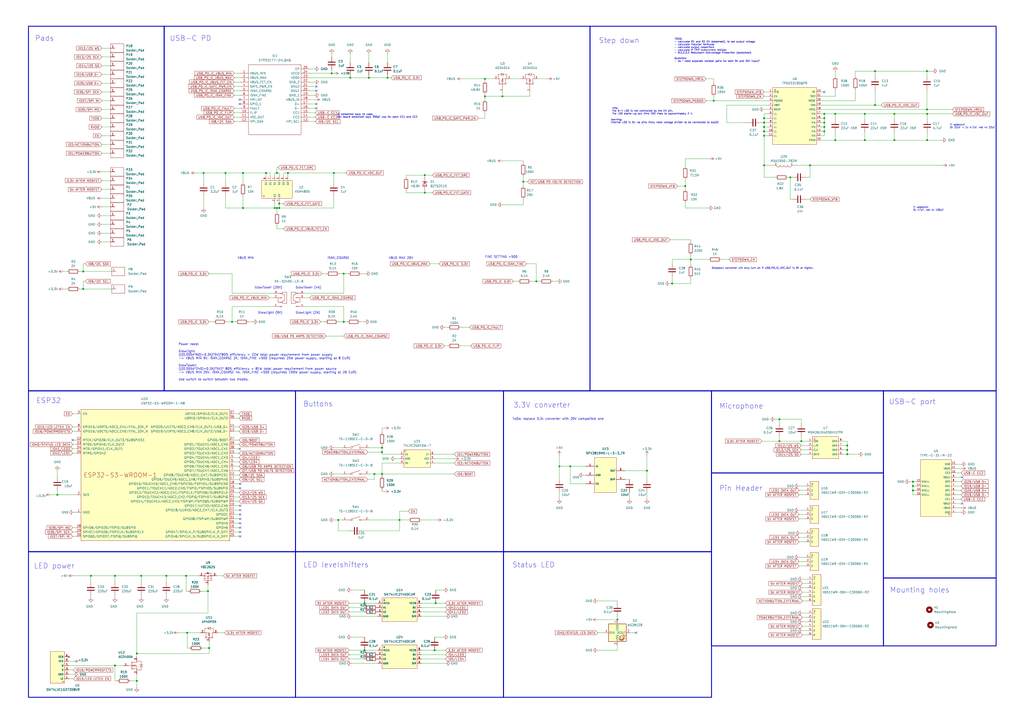
<source format=kicad_sch>
(kicad_sch (version 20231120) (generator "eeschema") (generator_version "8.0")
  (paper "A2")
  (junction (at 121.285 375.92))
  (junction (at 464.82 255.905))
  (junction (at 443.23 76.2))
  (junction (at 529.59 284.48))
  (junction (at 491.49 263.525))
  (junction (at 231.775 301.625))
  (junction (at 224.79 45.085))
  (junction (at 400.685 150.495))
  (junction (at 48.26 167.64))
  (junction (at 213.995 45.085))
  (junction (at 507.619 60.96))
  (junction (at 79.375 394.97))
  (junction (at 107.95 334.01))
  (junction (at 324.485 270.51))
  (junction (at 193.675 100.33))
  (junction (at 478.155 76.2))
  (junction (at 120.65 342.9))
  (junction (at 159.385 120.65))
  (junction (at 154.305 100.33))
  (junction (at 507.619 41.275))
  (junction (at 48.26 157.48))
  (junction (at 452.12 243.205))
  (junction (at 518.795 81.28))
  (junction (at 414.02 58.42))
  (junction (at 66.675 386.08))
  (junction (at 491.49 260.985))
  (junction (at 52.705 334.01))
  (junction (at 389.89 164.465))
  (junction (at 501.65 81.28))
  (junction (at 140.97 120.65))
  (junction (at 529.59 279.4))
  (junction (at 443.23 78.74))
  (junction (at 537.718 63.5))
  (junction (at 484.505 66.04))
  (junction (at 478.155 71.12))
  (junction (at 161.925 120.65))
  (junction (at 529.59 281.94))
  (junction (at 537.845 66.04))
  (junction (at 203.2 45.085))
  (junction (at 160.655 120.65))
  (junction (at 458.47 102.87))
  (junction (at 66.675 334.01))
  (junction (at 303.53 105.41))
  (junction (at 330.835 270.51))
  (junction (at 221.615 274.955))
  (junction (at 192.405 42.545))
  (junction (at 108.585 367.03))
  (junction (at 537.845 81.28))
  (junction (at 358.14 359.41))
  (junction (at 246.38 101.6))
  (junction (at 281.305 45.72))
  (junction (at 167.005 100.33))
  (junction (at 452.12 255.905))
  (junction (at 375.285 273.05))
  (junction (at 196.215 301.625))
  (junction (at 478.155 73.66))
  (junction (at 252.095 377.19))
  (junction (at 160.655 100.33))
  (junction (at 537.718 41.275))
  (junction (at 501.65 66.04))
  (junction (at 478.155 68.58))
  (junction (at 443.23 71.12))
  (junction (at 291.465 55.88))
  (junction (at 161.925 118.11))
  (junction (at 211.455 377.19))
  (junction (at 81.915 334.01))
  (junction (at 96.52 334.01))
  (junction (at 478.155 66.04))
  (junction (at 221.615 262.255))
  (junction (at 443.23 68.58))
  (junction (at 118.11 100.33))
  (junction (at 199.39 186.69))
  (junction (at 443.23 73.66))
  (junction (at 469.9 95.885))
  (junction (at 140.97 100.33))
  (junction (at 443.23 95.885))
  (junction (at 311.15 163.195))
  (junction (at 252.73 349.885))
  (junction (at 518.795 66.04))
  (junction (at 397.51 107.95))
  (junction (at 246.38 111.76))
  (junction (at 211.455 349.885))
  (junction (at 491.49 258.445))
  (junction (at 281.305 55.88))
  (junction (at 134.62 186.69))
  (junction (at 199.39 158.75))
  (junction (at 130.81 100.33))
  (junction (at 221.615 259.715))
  (junction (at 484.505 81.28))
  (junction (at 79.375 379.095))
  (junction (at 217.17 274.955))
  (junction (at 33.274 287.02))
  (no_connect (at 558.165 276.86))
  (no_connect (at 40.005 381))
  (no_connect (at 139.319 293.37))
  (no_connect (at 139.319 283.21))
  (no_connect (at 368.935 367.03))
  (no_connect (at 139.319 295.91))
  (no_connect (at 139.065 260.35))
  (no_connect (at 183.515 52.705))
  (no_connect (at 139.319 308.61))
  (no_connect (at 558.165 292.1))
  (no_connect (at 139.065 57.785))
  (no_connect (at 139.319 300.99))
  (no_connect (at 139.065 60.325))
  (no_connect (at 183.515 60.325))
  (no_connect (at 42.164 255.27))
  (no_connect (at 183.515 62.865))
  (no_connect (at 183.515 50.165))
  (no_connect (at 139.319 303.53))
  (no_connect (at 139.319 306.07))
  (no_connect (at 478.155 53.34))
  (no_connect (at 139.319 298.45))
  (no_connect (at 139.319 280.67))
  (no_connect (at 139.319 311.15))
  (wire (pts (xy 397.51 104.14) (xy 397.51 107.95)))
  (wire (pts (xy 121.285 372.11) (xy 121.285 375.92)))
  (wire (pts (xy 192.405 31.115) (xy 192.405 33.02)))
  (wire (pts (xy 358.14 357.505) (xy 358.14 359.41)))
  (wire (pts (xy 478.155 53.34) (xy 476.25 53.34)))
  (wire (pts (xy 469.9 115.57) (xy 467.36 115.57)))
  (wire (pts (xy 135.89 62.865) (xy 139.065 62.865)))
  (wire (pts (xy 257.81 200.66) (xy 259.715 200.66)))
  (wire (pts (xy 484.505 52.07) (xy 484.505 55.88)))
  (wire (pts (xy 44.45 306.07) (xy 42.164 306.07)))
  (wire (pts (xy 231.775 296.545) (xy 236.855 296.545)))
  (wire (pts (xy 529.59 279.4) (xy 529.59 281.94)))
  (wire (pts (xy 81.915 334.01) (xy 81.915 337.82)))
  (wire (pts (xy 303.53 105.41) (xy 306.07 105.41)))
  (wire (pts (xy 244.475 377.19) (xy 252.095 377.19)))
  (wire (pts (xy 252.095 369.57) (xy 257.175 369.57)))
  (wire (pts (xy 389.89 150.495) (xy 400.685 150.495)))
  (wire (pts (xy 558.165 276.86) (xy 554.355 276.86)))
  (wire (pts (xy 537.845 66.04) (xy 552.45 66.04)))
  (wire (pts (xy 208.915 186.69) (xy 211.455 186.69)))
  (wire (pts (xy 156.21 172.72) (xy 158.75 172.72)))
  (wire (pts (xy 346.71 377.19) (xy 358.14 377.19)))
  (wire (pts (xy 339.725 280.67) (xy 330.835 280.67)))
  (wire (pts (xy 397.51 92.075) (xy 397.51 96.52)))
  (wire (pts (xy 42.164 250.19) (xy 44.45 250.19)))
  (wire (pts (xy 59.055 114.935) (xy 64.135 114.935)))
  (wire (pts (xy 59.055 68.58) (xy 64.135 68.58)))
  (wire (pts (xy 221.615 262.255) (xy 221.615 263.525)))
  (wire (pts (xy 179.705 70.485) (xy 182.88 70.485)))
  (wire (pts (xy 135.89 52.705) (xy 139.065 52.705)))
  (wire (pts (xy 154.305 100.33) (xy 154.305 102.235)))
  (wire (pts (xy 79.375 379.095) (xy 79.375 381)))
  (wire (pts (xy 491.49 255.905) (xy 491.49 258.445)))
  (wire (pts (xy 139.319 295.91) (xy 135.89 295.91)))
  (wire (pts (xy 81.915 345.44) (xy 81.915 346.71)))
  (wire (pts (xy 501.65 66.04) (xy 484.505 66.04)))
  (wire (pts (xy 346.71 367.03) (xy 350.52 367.03)))
  (wire (pts (xy 400.685 150.495) (xy 400.685 147.955)))
  (wire (pts (xy 59.055 33.02) (xy 64.135 33.02)))
  (wire (pts (xy 222.885 285.115) (xy 221.615 285.115)))
  (wire (pts (xy 138.684 257.81) (xy 135.89 257.81)))
  (wire (pts (xy 211.455 369.57) (xy 203.835 369.57)))
  (wire (pts (xy 193.675 120.65) (xy 161.925 120.65)))
  (wire (pts (xy 120.65 355.6) (xy 79.375 355.6)))
  (wire (pts (xy 252.095 266.065) (xy 263.525 266.065)))
  (wire (pts (xy 393.065 107.95) (xy 397.51 107.95)))
  (wire (pts (xy 531.495 287.02) (xy 529.59 287.02)))
  (wire (pts (xy 66.675 345.44) (xy 66.675 346.71)))
  (wire (pts (xy 281.305 45.72) (xy 286.385 45.72)))
  (wire (pts (xy 443.23 71.12) (xy 445.77 71.12)))
  (wire (pts (xy 138.684 267.97) (xy 135.89 267.97)))
  (wire (pts (xy 48.26 157.48) (xy 64.77 157.48)))
  (wire (pts (xy 375.285 285.75) (xy 375.285 289.56)))
  (wire (pts (xy 226.695 45.085) (xy 224.79 45.085)))
  (wire (pts (xy 139.319 300.99) (xy 135.89 300.99)))
  (wire (pts (xy 469.9 95.885) (xy 546.735 95.885)))
  (wire (pts (xy 388.62 139.065) (xy 400.685 139.065)))
  (wire (pts (xy 476.25 58.42) (xy 496.189 58.42)))
  (wire (pts (xy 33.274 284.48) (xy 33.274 287.02)))
  (wire (pts (xy 120.65 339.09) (xy 120.65 342.9)))
  (wire (pts (xy 488.95 263.525) (xy 491.49 263.525)))
  (wire (pts (xy 144.145 186.69) (xy 146.685 186.69)))
  (wire (pts (xy 484.505 76.835) (xy 484.505 81.28)))
  (wire (pts (xy 213.36 278.13) (xy 217.17 278.13)))
  (wire (pts (xy 235.585 111.76) (xy 246.38 111.76)))
  (wire (pts (xy 518.795 81.28) (xy 537.845 81.28)))
  (wire (pts (xy 452.12 243.205) (xy 449.58 243.205)))
  (wire (pts (xy 164.465 102.235) (xy 164.465 100.33)))
  (wire (pts (xy 484.505 41.275) (xy 484.505 44.45)))
  (wire (pts (xy 443.23 55.88) (xy 445.77 55.88)))
  (wire (pts (xy 117.475 375.92) (xy 121.285 375.92)))
  (wire (pts (xy 463.55 328.295) (xy 467.36 328.295)))
  (wire (pts (xy 488.95 258.445) (xy 491.49 258.445)))
  (wire (pts (xy 244.475 384.81) (xy 258.445 384.81)))
  (wire (pts (xy 246.38 102.87) (xy 246.38 101.6)))
  (wire (pts (xy 135.89 270.51) (xy 138.684 270.51)))
  (wire (pts (xy 42.164 240.03) (xy 44.45 240.03)))
  (wire (pts (xy 229.235 266.065) (xy 231.775 266.065)))
  (wire (pts (xy 400.685 150.495) (xy 400.685 153.67)))
  (wire (pts (xy 138.684 255.27) (xy 135.89 255.27)))
  (wire (pts (xy 411.48 92.075) (xy 397.51 92.075)))
  (wire (pts (xy 79.375 391.16) (xy 79.375 394.97)))
  (wire (pts (xy 67.945 394.97) (xy 66.675 394.97)))
  (wire (pts (xy 66.675 334.01) (xy 66.675 337.82)))
  (wire (pts (xy 476.25 66.04) (xy 478.155 66.04)))
  (wire (pts (xy 464.82 260.985) (xy 468.63 260.985)))
  (wire (pts (xy 305.435 153.035) (xy 311.15 153.035)))
  (wire (pts (xy 235.585 101.6) (xy 246.38 101.6)))
  (wire (pts (xy 186.69 158.75) (xy 189.23 158.75)))
  (wire (pts (xy 199.39 170.18) (xy 199.39 158.75)))
  (wire (pts (xy 213.995 45.085) (xy 224.79 45.085)))
  (wire (pts (xy 291.465 118.745) (xy 303.53 118.745)))
  (wire (pts (xy 231.775 301.625) (xy 231.775 307.975)))
  (wire (pts (xy 52.705 345.44) (xy 52.705 346.71)))
  (wire (pts (xy 484.505 66.04) (xy 484.505 69.215)))
  (wire (pts (xy 491.49 263.525) (xy 497.84 263.525)))
  (wire (pts (xy 465.455 343.535) (xy 468.63 343.535)))
  (wire (pts (xy 529.59 284.48) (xy 529.59 287.02)))
  (wire (pts (xy 199.39 177.8) (xy 199.39 186.69)))
  (wire (pts (xy 213.995 301.625) (xy 231.775 301.625)))
  (wire (pts (xy 467.36 102.87) (xy 469.9 102.87)))
  (wire (pts (xy 465.455 365.76) (xy 468.63 365.76)))
  (wire (pts (xy 221.615 274.955) (xy 221.615 268.605)))
  (wire (pts (xy 139.319 280.67) (xy 135.89 280.67)))
  (wire (pts (xy 134.62 170.18) (xy 158.75 170.18)))
  (wire (pts (xy 537.845 69.215) (xy 537.845 66.04)))
  (wire (pts (xy 202.565 354.965) (xy 211.455 354.965)))
  (wire (pts (xy 160.655 130.81) (xy 160.655 132.715)))
  (wire (pts (xy 138.684 275.59) (xy 135.89 275.59)))
  (wire (pts (xy 414.02 58.42) (xy 445.77 58.42)))
  (wire (pts (xy 330.835 280.67) (xy 330.835 270.51)))
  (wire (pts (xy 139.319 308.61) (xy 135.89 308.61)))
  (wire (pts (xy 159.385 120.65) (xy 160.655 120.65)))
  (wire (pts (xy 179.705 45.085) (xy 203.2 45.085)))
  (wire (pts (xy 224.79 31.115) (xy 224.79 36.195)))
  (wire (pts (xy 189.23 194.945) (xy 199.39 194.945)))
  (wire (pts (xy 557.53 279.4) (xy 554.355 279.4)))
  (wire (pts (xy 507.619 44.45) (xy 507.619 41.275)))
  (wire (pts (xy 244.475 382.27) (xy 258.445 382.27)))
  (wire (pts (xy 236.855 301.625) (xy 231.775 301.625)))
  (wire (pts (xy 296.545 45.72) (xy 302.26 45.72)))
  (wire (pts (xy 131.445 186.69) (xy 134.62 186.69)))
  (wire (pts (xy 368.935 367.03) (xy 365.76 367.03)))
  (wire (pts (xy 118.11 113.665) (xy 118.11 120.65)))
  (wire (pts (xy 557.53 269.24) (xy 554.355 269.24)))
  (wire (pts (xy 161.925 102.235) (xy 161.925 100.33)))
  (wire (pts (xy 139.319 293.37) (xy 135.89 293.37)))
  (wire (pts (xy 59.055 83.82) (xy 64.135 83.82)))
  (wire (pts (xy 465.455 358.14) (xy 468.63 358.14)))
  (wire (pts (xy 463.55 284.48) (xy 467.36 284.48)))
  (wire (pts (xy 463.55 311.785) (xy 467.36 311.785)))
  (wire (pts (xy 159.385 117.475) (xy 159.385 120.65)))
  (wire (pts (xy 109.22 342.9) (xy 107.95 342.9)))
  (wire (pts (xy 107.95 334.01) (xy 115.57 334.01)))
  (wire (pts (xy 33.274 273.05) (xy 33.274 276.86)))
  (wire (pts (xy 193.675 259.715) (xy 198.755 259.715)))
  (wire (pts (xy 320.675 163.195) (xy 323.215 163.195)))
  (wire (pts (xy 140.97 100.33) (xy 154.305 100.33)))
  (wire (pts (xy 221.615 274.955) (xy 263.525 274.955)))
  (wire (pts (xy 213.36 262.255) (xy 221.615 262.255)))
  (wire (pts (xy 291.465 93.345) (xy 303.53 93.345)))
  (wire (pts (xy 458.47 115.57) (xy 459.74 115.57)))
  (wire (pts (xy 478.155 68.58) (xy 478.155 66.04)))
  (wire (pts (xy 156.845 102.235) (xy 156.845 100.33)))
  (wire (pts (xy 410.845 150.495) (xy 400.685 150.495)))
  (wire (pts (xy 202.565 377.19) (xy 211.455 377.19)))
  (wire (pts (xy 414.02 55.88) (xy 414.02 58.42)))
  (wire (pts (xy 138.684 285.75) (xy 135.89 285.75)))
  (wire (pts (xy 452.12 255.905) (xy 464.82 255.905)))
  (wire (pts (xy 452.12 243.205) (xy 464.82 243.205)))
  (wire (pts (xy 113.665 100.33) (xy 118.11 100.33)))
  (wire (pts (xy 156.845 100.33) (xy 154.305 100.33)))
  (wire (pts (xy 135.89 47.625) (xy 139.065 47.625)))
  (wire (pts (xy 109.855 375.92) (xy 108.585 375.92)))
  (wire (pts (xy 358.14 348.615) (xy 358.14 349.885)))
  (wire (pts (xy 202.565 379.73) (xy 211.455 379.73)))
  (wire (pts (xy 252.73 349.885) (xy 258.445 349.885)))
  (wire (pts (xy 537.718 41.275) (xy 537.718 44.45)))
  (wire (pts (xy 459.74 102.87) (xy 458.47 102.87)))
  (wire (pts (xy 213.995 274.955) (xy 217.17 274.955)))
  (wire (pts (xy 496.189 44.45) (xy 496.189 41.275)))
  (wire (pts (xy 224.79 43.815) (xy 224.79 45.085)))
  (wire (pts (xy 221.615 263.525) (xy 231.775 263.525)))
  (wire (pts (xy 135.89 70.485) (xy 139.065 70.485)))
  (wire (pts (xy 267.97 45.72) (xy 281.305 45.72)))
  (wire (pts (xy 176.53 170.18) (xy 199.39 170.18)))
  (wire (pts (xy 518.795 69.215) (xy 518.795 66.04)))
  (wire (pts (xy 192.405 42.545) (xy 193.675 42.545)))
  (wire (pts (xy 108.585 375.92) (xy 108.585 367.03)))
  (wire (pts (xy 103.505 367.03) (xy 108.585 367.03)))
  (wire (pts (xy 48.26 167.64) (xy 64.77 167.64)))
  (wire (pts (xy 209.55 158.75) (xy 212.09 158.75)))
  (wire (pts (xy 281.305 57.785) (xy 281.305 55.88)))
  (wire (pts (xy 59.055 88.9) (xy 64.135 88.9)))
  (wire (pts (xy 107.95 342.9) (xy 107.95 334.01)))
  (wire (pts (xy 79.375 394.97) (xy 79.375 398.78)))
  (wire (pts (xy 465.455 340.995) (xy 468.63 340.995)))
  (wire (pts (xy 414.02 45.72) (xy 414.02 48.26)))
  (wire (pts (xy 121.285 158.75) (xy 134.62 158.75)))
  (wire (pts (xy 59.055 130.175) (xy 64.135 130.175)))
  (wire (pts (xy 135.89 50.165) (xy 139.065 50.165)))
  (wire (pts (xy 491.49 258.445) (xy 491.49 260.985)))
  (wire (pts (xy 48.26 163.195) (xy 48.26 167.64)))
  (wire (pts (xy 235.585 110.49) (xy 235.585 111.76)))
  (wire (pts (xy 464.82 258.445) (xy 468.63 258.445)))
  (wire (pts (xy 464.82 263.525) (xy 468.63 263.525)))
  (wire (pts (xy 443.23 76.2) (xy 443.23 73.66)))
  (wire (pts (xy 476.25 55.88) (xy 484.505 55.88)))
  (wire (pts (xy 518.795 66.04) (xy 501.65 66.04)))
  (wire (pts (xy 443.23 68.58) (xy 445.77 68.58)))
  (wire (pts (xy 179.705 55.245) (xy 182.245 55.245)))
  (wire (pts (xy 463.55 300.99) (xy 467.36 300.99)))
  (wire (pts (xy 252.095 263.525) (xy 263.525 263.525)))
  (wire (pts (xy 458.47 102.87) (xy 457.2 102.87)))
  (wire (pts (xy 196.85 158.75) (xy 199.39 158.75)))
  (wire (pts (xy 557.53 284.48) (xy 554.355 284.48)))
  (wire (pts (xy 465.455 338.455) (xy 468.63 338.455)))
  (wire (pts (xy 179.705 47.625) (xy 182.245 47.625)))
  (wire (pts (xy 59.055 135.255) (xy 64.135 135.255)))
  (wire (pts (xy 465.455 348.615) (xy 468.63 348.615)))
  (wire (pts (xy 202.565 352.425) (xy 211.455 352.425)))
  (wire (pts (xy 464.82 255.905) (xy 468.63 255.905)))
  (wire (pts (xy 496.189 58.42) (xy 496.189 52.07)))
  (wire (pts (xy 231.775 301.625) (xy 231.775 296.545)))
  (wire (pts (xy 59.055 63.5) (xy 64.135 63.5)))
  (wire (pts (xy 96.52 334.01) (xy 96.52 337.82)))
  (wire (pts (xy 217.17 274.955) (xy 221.615 274.955)))
  (wire (pts (xy 161.925 118.11) (xy 164.465 118.11)))
  (wire (pts (xy 375.285 273.05) (xy 375.285 278.13)))
  (wire (pts (xy 130.81 113.665) (xy 130.81 120.65)))
  (wire (pts (xy 507.619 52.07) (xy 507.619 60.96)))
  (wire (pts (xy 36.83 167.64) (xy 38.735 167.64)))
  (wire (pts (xy 59.055 48.26) (xy 64.135 48.26)))
  (wire (pts (xy 36.83 157.48) (xy 38.735 157.48)))
  (wire (pts (xy 443.23 102.87) (xy 449.58 102.87)))
  (wire (pts (xy 324.485 270.51) (xy 330.835 270.51)))
  (wire (pts (xy 42.164 247.65) (xy 44.45 247.65)))
  (wire (pts (xy 244.475 379.73) (xy 258.445 379.73)))
  (wire (pts (xy 139.065 260.35) (xy 135.89 260.35)))
  (wire (pts (xy 44.45 260.35) (xy 42.164 260.35)))
  (wire (pts (xy 537.845 81.28) (xy 546.1 81.28)))
  (wire (pts (xy 443.23 95.885) (xy 449.58 95.885)))
  (wire (pts (xy 443.23 95.885) (xy 443.23 102.87)))
  (wire (pts (xy 507.619 41.275) (xy 537.718 41.275)))
  (wire (pts (xy 42.164 255.27) (xy 44.45 255.27)))
  (wire (pts (xy 311.15 163.195) (xy 313.055 163.195)))
  (wire (pts (xy 134.62 177.8) (xy 134.62 186.69)))
  (wire (pts (xy 221.615 268.605) (xy 231.775 268.605)))
  (wire (pts (xy 130.81 106.045) (xy 130.81 100.33)))
  (wire (pts (xy 397.51 117.475) (xy 397.51 120.65)))
  (wire (pts (xy 79.375 355.6) (xy 79.375 379.095)))
  (wire (pts (xy 267.335 189.865) (xy 272.415 189.865)))
  (wire (pts (xy 199.39 158.75) (xy 201.93 158.75)))
  (wire (pts (xy 531.495 279.4) (xy 529.59 279.4)))
  (wire (pts (xy 59.055 109.855) (xy 64.135 109.855)))
  (wire (pts (xy 501.65 76.835) (xy 501.65 81.28)))
  (wire (pts (xy 537.718 52.07) (xy 537.718 63.5)))
  (wire (pts (xy 362.585 273.05) (xy 375.285 273.05)))
  (wire (pts (xy 96.52 345.44) (xy 96.52 346.71)))
  (wire (pts (xy 389.89 160.655) (xy 389.89 164.465)))
  (wire (pts (xy 478.155 71.12) (xy 478.155 68.58)))
  (wire (pts (xy 465.455 360.68) (xy 468.63 360.68)))
  (wire (pts (xy 139.319 298.45) (xy 135.89 298.45)))
  (wire (pts (xy 49.53 153.035) (xy 48.26 153.035)))
  (wire (pts (xy 176.53 177.8) (xy 199.39 177.8)))
  (wire (pts (xy 400.685 139.065) (xy 400.685 140.335)))
  (wire (pts (xy 484.505 81.28) (xy 501.65 81.28)))
  (wire (pts (xy 59.055 78.74) (xy 64.135 78.74)))
  (wire (pts (xy 281.305 68.58) (xy 277.495 68.58)))
  (wire (pts (xy 139.319 311.15) (xy 135.89 311.15)))
  (wire (pts (xy 121.285 186.69) (xy 123.825 186.69)))
  (wire (pts (xy 488.95 260.985) (xy 491.49 260.985)))
  (wire (pts (xy 464.82 245.745) (xy 464.82 243.205)))
  (wire (pts (xy 164.465 100.33) (xy 167.005 100.33)))
  (wire (pts (xy 48.26 153.035) (xy 48.26 157.48)))
  (wire (pts (xy 44.45 311.15) (xy 42.164 311.15)))
  (wire (pts (xy 281.305 46.99) (xy 281.305 45.72)))
  (wire (pts (xy 443.23 53.34) (xy 445.77 53.34)))
  (wire (pts (xy 478.155 73.66) (xy 478.155 71.12)))
  (wire (pts (xy 558.165 292.1) (xy 554.355 292.1)))
  (wire (pts (xy 249.555 153.035) (xy 254.635 153.035)))
  (wire (pts (xy 81.915 334.01) (xy 96.52 334.01)))
  (wire (pts (xy 346.71 348.615) (xy 358.14 348.615)))
  (wire (pts (xy 557.53 294.64) (xy 554.355 294.64)))
  (wire (pts (xy 400.685 164.465) (xy 389.89 164.465)))
  (wire (pts (xy 421.64 60.96) (xy 445.77 60.96)))
  (wire (pts (xy 557.53 297.18) (xy 554.355 297.18)))
  (wire (pts (xy 362.585 278.13) (xy 365.125 278.13)))
  (wire (pts (xy 49.53 163.195) (xy 48.26 163.195)))
  (wire (pts (xy 182.88 67.945) (xy 179.705 67.945)))
  (wire (pts (xy 531.495 281.94) (xy 529.59 281.94)))
  (wire (pts (xy 211.455 342.265) (xy 203.835 342.265)))
  (wire (pts (xy 297.815 163.195) (xy 300.355 163.195)))
  (wire (pts (xy 193.675 100.33) (xy 200.66 100.33)))
  (wire (pts (xy 443.23 63.5) (xy 445.77 63.5)))
  (wire (pts (xy 203.2 45.085) (xy 203.2 43.815)))
  (wire (pts (xy 244.475 349.885) (xy 252.73 349.885)))
  (wire (pts (xy 459.74 95.885) (xy 469.9 95.885)))
  (wire (pts (xy 410.845 120.65) (xy 397.51 120.65)))
  (wire (pts (xy 161.29 97.155) (xy 160.655 97.155)))
  (wire (pts (xy 463.55 281.94) (xy 467.36 281.94)))
  (wire (pts (xy 213.995 43.815) (xy 213.995 45.085)))
  (wire (pts (xy 418.465 150.495) (xy 422.91 150.495)))
  (wire (pts (xy 221.615 258.445) (xy 221.615 259.715)))
  (wire (pts (xy 267.335 200.66) (xy 273.05 200.66)))
  (wire (pts (xy 42.545 391.16) (xy 40.005 391.16)))
  (wire (pts (xy 176.53 172.72) (xy 179.705 172.72)))
  (wire (pts (xy 465.455 335.915) (xy 468.63 335.915)))
  (wire (pts (xy 281.305 55.88) (xy 291.465 55.88)))
  (wire (pts (xy 252.73 342.265) (xy 257.175 342.265)))
  (wire (pts (xy 540.893 41.275) (xy 537.718 41.275)))
  (wire (pts (xy 160.655 97.155) (xy 160.655 100.33)))
  (wire (pts (xy 202.565 349.885) (xy 211.455 349.885)))
  (wire (pts (xy 193.675 274.955) (xy 198.755 274.955)))
  (wire (pts (xy 138.684 290.83) (xy 135.89 290.83)))
  (wire (pts (xy 121.285 375.92) (xy 121.285 379.095)))
  (wire (pts (xy 244.475 357.505) (xy 258.445 357.505)))
  (wire (pts (xy 252.095 268.605) (xy 263.525 268.605)))
  (wire (pts (xy 135.89 247.65) (xy 138.684 247.65)))
  (wire (pts (xy 52.705 334.01) (xy 52.705 337.82)))
  (wire (pts (xy 139.319 306.07) (xy 135.89 306.07)))
  (wire (pts (xy 303.53 102.235) (xy 303.53 105.41)))
  (wire (pts (xy 161.925 100.33) (xy 160.655 100.33)))
  (wire (pts (xy 330.835 270.51) (xy 339.725 270.51)))
  (wire (pts (xy 193.675 113.665) (xy 193.675 120.65)))
  (wire (pts (xy 452.12 253.365) (xy 452.12 255.905)))
  (wire (pts (xy 183.515 60.325) (xy 179.705 60.325)))
  (wire (pts (xy 135.89 67.945) (xy 139.065 67.945)))
  (wire (pts (xy 140.97 106.045) (xy 140.97 100.33)))
  (wire (pts (xy 203.835 384.81) (xy 219.075 384.81)))
  (wire (pts (xy 281.305 65.405) (xy 281.305 68.58)))
  (wire (pts (xy 138.684 265.43) (xy 135.89 265.43)))
  (wire (pts (xy 33.274 287.02) (xy 44.45 287.02)))
  (wire (pts (xy 445.77 66.04) (xy 443.23 66.04)))
  (wire (pts (xy 48.26 167.64) (xy 46.355 167.64)))
  (wire (pts (xy 443.23 68.58) (xy 443.23 71.12)))
  (wire (pts (xy 59.055 58.42) (xy 64.135 58.42)))
  (wire (pts (xy 140.97 120.65) (xy 159.385 120.65)))
  (wire (pts (xy 130.81 100.33) (xy 140.97 100.33)))
  (wire (pts (xy 443.23 78.74) (xy 443.23 76.2)))
  (wire (pts (xy 192.405 42.545) (xy 192.405 40.64)))
  (wire (pts (xy 159.385 100.33) (xy 159.385 102.235)))
  (wire (pts (xy 59.055 99.695) (xy 64.135 99.695)))
  (wire (pts (xy 458.47 102.87) (xy 458.47 115.57)))
  (wire (pts (xy 358.14 359.41) (xy 346.71 359.41)))
  (wire (pts (xy 324.485 285.75) (xy 324.485 289.56)))
  (wire (pts (xy 66.675 386.08) (xy 71.755 386.08)))
  (wire (pts (xy 476.25 68.58) (xy 478.155 68.58)))
  (wire (pts (xy 203.835 357.505) (xy 219.075 357.505)))
  (wire (pts (xy 221.615 248.285) (xy 222.885 248.285)))
  (wire (pts (xy 116.84 342.9) (xy 120.65 342.9)))
  (wire (pts (xy 29.464 287.02) (xy 33.274 287.02)))
  (wire (pts (xy 463.55 323.215) (xy 467.36 323.215)))
  (wire (pts (xy 59.055 120.015) (xy 64.135 120.015)))
  (wire (pts (xy 130.81 120.65) (xy 140.97 120.65)))
  (wire (pts (xy 42.545 393.7) (xy 40.005 393.7)))
  (wire (pts (xy 221.615 250.825) (xy 221.615 248.285)))
  (wire (pts (xy 501.65 69.215) (xy 501.65 66.04)))
  (wire (pts (xy 134.62 186.69) (xy 136.525 186.69)))
  (wire (pts (xy 135.89 45.085) (xy 139.065 45.085)))
  (wire (pts (xy 183.515 52.705) (xy 179.705 52.705)))
  (wire (pts (xy 476.25 73.66) (xy 478.155 73.66)))
  (wire (pts (xy 246.38 111.76) (xy 246.38 110.49)))
  (wire (pts (xy 203.2 31.115) (xy 203.2 36.195)))
  (wire (pts (xy 203.2 45.085) (xy 213.995 45.085)))
  (wire (pts (xy 135.89 55.245) (xy 139.065 55.245)))
  (wire (pts (xy 42.545 388.62) (xy 40.005 388.62)))
  (wire (pts (xy 140.97 113.665) (xy 140.97 120.65)))
  (wire (pts (xy 358.14 377.19) (xy 358.14 374.65)))
  (wire (pts (xy 167.005 100.33) (xy 167.005 102.235)))
  (wire (pts (xy 557.53 274.32) (xy 554.355 274.32)))
  (wire (pts (xy 463.55 298.45) (xy 467.36 298.45)))
  (wire (pts (xy 476.25 76.2) (xy 478.155 76.2)))
  (wire (pts (xy 164.465 132.715) (xy 160.655 132.715)))
  (wire (pts (xy 42.545 334.01) (xy 52.705 334.01)))
  (wire (pts (xy 488.95 255.905) (xy 491.49 255.905)))
  (wire (pts (xy 199.39 186.69) (xy 201.295 186.69)))
  (wire (pts (xy 59.055 125.095) (xy 64.135 125.095)))
  (wire (pts (xy 118.11 100.33) (xy 118.11 106.045)))
  (wire (pts (xy 445.77 76.2) (xy 443.23 76.2)))
  (wire (pts (xy 121.285 379.095) (xy 79.375 379.095)))
  (wire (pts (xy 397.51 107.95) (xy 397.51 109.855)))
  (wire (pts (xy 202.565 382.27) (xy 211.455 382.27)))
  (wire (pts (xy 464.82 253.365) (xy 464.82 255.905)))
  (wire (pts (xy 557.53 271.78) (xy 554.355 271.78)))
  (wire (pts (xy 59.055 38.1) (xy 64.135 38.1)))
  (wire (pts (xy 529.59 281.94) (xy 529.59 284.48)))
  (wire (pts (xy 338.455 275.59) (xy 339.725 275.59)))
  (wire (pts (xy 213.995 259.715) (xy 221.615 259.715)))
  (wire (pts (xy 537.845 76.835) (xy 537.845 81.28)))
  (wire (pts (xy 557.53 287.02) (xy 554.355 287.02)))
  (wire (pts (xy 557.53 289.56) (xy 554.355 289.56)))
  (wire (pts (xy 507.619 60.96) (xy 511.175 60.96)))
  (wire (pts (xy 246.38 101.6) (xy 250.825 101.6)))
  (wire (pts (xy 303.53 93.345) (xy 303.53 94.615)))
  (wire (pts (xy 196.215 186.69) (xy 199.39 186.69)))
  (wire (pts (xy 478.155 78.74) (xy 478.155 76.2)))
  (wire (pts (xy 66.675 334.01) (xy 81.915 334.01)))
  (wire (pts (xy 311.15 153.035) (xy 311.15 163.195)))
  (wire (pts (xy 389.89 164.465) (xy 388.62 164.465)))
  (wire (pts (xy 160.655 120.65) (xy 161.925 120.65)))
  (wire (pts (xy 138.684 262.89) (xy 135.89 262.89)))
  (wire (pts (xy 135.89 250.19) (xy 138.684 250.19)))
  (wire (pts (xy 252.095 377.19) (xy 258.445 377.19)))
  (wire (pts (xy 44.45 262.89) (xy 42.164 262.89)))
  (wire (pts (xy 135.89 65.405) (xy 139.065 65.405)))
  (wire (pts (xy 161.925 118.11) (xy 161.925 120.65)))
  (wire (pts (xy 179.705 42.545) (xy 192.405 42.545)))
  (wire (pts (xy 307.34 53.34) (xy 307.34 55.88)))
  (wire (pts (xy 183.515 62.865) (xy 179.705 62.865)))
  (wire (pts (xy 126.365 367.03) (xy 130.175 367.03)))
  (wire (pts (xy 161.925 118.11) (xy 161.925 117.475)))
  (wire (pts (xy 158.75 177.8) (xy 134.62 177.8)))
  (wire (pts (xy 303.53 105.41) (xy 303.53 107.95)))
  (wire (pts (xy 217.17 278.13) (xy 217.17 274.955)))
  (wire (pts (xy 183.515 50.165) (xy 179.705 50.165)))
  (wire (pts (xy 463.55 287.02) (xy 467.36 287.02)))
  (wire (pts (xy 464.185 309.245) (xy 467.36 309.245)))
  (wire (pts (xy 531.495 284.48) (xy 529.59 284.48)))
  (wire (pts (xy 221.615 259.715) (xy 221.615 262.255)))
  (wire (pts (xy 445.77 78.74) (xy 443.23 78.74)))
  (wire (pts (xy 476.25 81.28) (xy 484.505 81.28)))
  (wire (pts (xy 42.799 297.18) (xy 44.45 297.18)))
  (wire (pts (xy 244.475 354.965) (xy 258.445 354.965)))
  (wire (pts (xy 108.585 367.03) (xy 116.205 367.03)))
  (wire (pts (xy 463.55 314.325) (xy 467.36 314.325)))
  (wire (pts (xy 193.675 106.045) (xy 193.675 100.33)))
  (wire (pts (xy 312.42 45.72) (xy 317.5 45.72)))
  (wire (pts (xy 478.155 66.04) (xy 484.505 66.04)))
  (wire (pts (xy 465.455 346.075) (xy 468.63 346.075)))
  (wire (pts (xy 469.9 102.87) (xy 469.9 95.885)))
  (wire (pts (xy 465.455 363.22) (xy 468.63 363.22)))
  (wire (pts (xy 307.975 163.195) (xy 311.15 163.195)))
  (wire (pts (xy 118.11 100.33) (xy 130.81 100.33)))
  (wire (pts (xy 135.89 42.545) (xy 139.065 42.545)))
  (wire (pts (xy 59.055 27.94) (xy 64.135 27.94)))
  (wire (pts (xy 213.995 31.115) (xy 213.995 36.195)))
  (wire (pts (xy 463.55 325.755) (xy 467.36 325.755)))
  (wire (pts (xy 59.055 104.775) (xy 64.135 104.775)))
  (wire (pts (xy 221.615 274.955) (xy 221.615 276.225)))
  (wire (pts (xy 59.055 140.335) (xy 64.135 140.335)))
  (wire (pts (xy 375.285 264.16) (xy 375.285 273.05)))
  (wire (pts (xy 59.055 73.66) (xy 64.135 73.66)))
  (wire (pts (xy 134.62 158.75) (xy 134.62 170.18)))
  (wire (pts (xy 193.675 301.625) (xy 196.215 301.625)))
  (wire (pts (xy 42.545 383.54) (xy 40.005 383.54)))
  (wire (pts (xy 324.485 278.13) (xy 324.485 270.51)))
  (wire (pts (xy 44.45 308.61) (xy 42.164 308.61)))
  (wire (pts (xy 167.005 100.33) (xy 193.675 100.33)))
  (wire (pts (xy 210.185 307.975) (xy 231.775 307.975)))
  (wire (pts (xy 59.055 53.34) (xy 64.135 53.34)))
  (wire (pts (xy 235.585 102.87) (xy 235.585 101.6)))
  (wire (pts (xy 291.465 55.88) (xy 291.465 53.34)))
  (wire (pts (xy 250.825 111.76) (xy 246.38 111.76)))
  (wire (pts (xy 75.565 394.97) (xy 79.375 394.97)))
  (wire (pts (xy 139.319 283.21) (xy 135.89 283.21)))
  (wire (pts (xy 303.53 115.57) (xy 303.53 118.745)))
  (wire (pts (xy 389.89 153.035) (xy 389.89 150.495)))
  (wire (pts (xy 491.49 260.985) (xy 491.49 263.525)))
  (wire (pts (xy 244.475 352.425) (xy 258.445 352.425)))
  (wire (pts (xy 244.475 301.625) (xy 253.365 301.625)))
  (wire (pts (xy 138.684 240.03) (xy 135.89 240.03)))
  (wire (pts (xy 463.55 295.91) (xy 467.36 295.91)))
  (wire (pts (xy 96.52 334.01) (xy 107.95 334.01)))
  (wire (pts (xy 496.189 41.275) (xy 507.619 41.275)))
  (wire (pts (xy 518.795 66.04) (xy 537.845 66.04)))
  (wire (pts (xy 179.705 57.785) (xy 182.88 57.785)))
  (wire (pts (xy 40.005 386.08) (xy 66.675 386.08)))
  (wire (pts (xy 441.325 71.12) (xy 443.23 71.12)))
  (wire (pts (xy 476.25 60.96) (xy 507.619 60.96)))
  (wire (pts (xy 478.155 76.2) (xy 478.155 73.66)))
  (wire (pts (xy 324.485 264.16) (xy 324.485 270.51)))
  (wire (pts (xy 476.25 71.12) (xy 478.155 71.12)))
  (wire (pts (xy 518.795 76.835) (xy 518.795 81.28)))
  (wire (pts (xy 139.319 303.53) (xy 135.89 303.53)))
  (wire (pts (xy 281.305 54.61) (xy 281.305 55.88)))
  (wire (pts (xy 452.12 245.745) (xy 452.12 243.205)))
  (wire (pts (xy 537.718 63.5) (xy 552.45 63.5)))
  (wire (pts (xy 202.565 307.975) (xy 196.215 307.975)))
  (wire (pts (xy 400.685 161.29) (xy 400.685 164.465)))
  (wire (pts (xy 307.34 55.88) (xy 291.465 55.88)))
  (wire (pts (xy 138.684 242.57) (xy 135.89 242.57)))
  (wire (pts (xy 529.59 279.4) (xy 527.685 279.4)))
  (wire (pts (xy 476.25 63.5) (xy 537.718 63.5)))
  (wire (pts (xy 138.684 273.05) (xy 135.89 273.05)))
  (wire (pts (xy 409.575 45.72) (xy 414.02 45.72)))
  (wire (pts (xy 221.615 285.115) (xy 221.615 283.845)))
  (wire (pts (xy 196.215 301.625) (xy 198.755 301.625)))
  (wire (pts (xy 421.64 71.12) (xy 433.705 71.12)))
  (wire (pts (xy 66.675 394.97) (xy 66.675 386.08)))
  (wire (pts (xy 409.575 58.42) (xy 414.02 58.42)))
  (wire (pts (xy 59.055 43.18) (xy 64.135 43.18)))
  (wire (pts (xy 443.23 78.74) (xy 443.23 95.885)))
  (wire (pts (xy 257.81 189.865) (xy 259.715 189.865)))
  (wire (pts (xy 441.96 255.905) (xy 452.12 255.905)))
  (wire (pts (xy 160.655 123.19) (xy 160.655 120.65)))
  (wire (pts (xy 48.26 157.48) (xy 46.355 157.48)))
  (wire (pts (xy 120.65 342.9) (xy 120.65 355.6)))
  (wire (pts (xy 501.65 81.28) (xy 518.795 81.28)))
  (wire (pts (xy 421.64 60.96) (xy 421.64 71.12)))
  (wire (pts (xy 138.684 288.29) (xy 135.89 288.29)))
  (wire (pts (xy 196.215 307.975) (xy 196.215 301.625)))
  (wire (pts (xy 160.655 100.33) (xy 159.385 100.33)))
  (wire (pts (xy 52.705 334.01) (xy 66.675 334.01)))
  (wire (pts (xy 476.25 78.74) (xy 478.155 78.74)))
  (wire (pts (xy 44.45 257.81) (xy 42.164 257.81)))
  (wire (pts (xy 211.455 377.19) (xy 219.075 377.19)))
  (wire (pts (xy 465.455 368.3) (xy 468.63 368.3)))
  (wire (pts (xy 365.125 285.75) (xy 365.125 289.56)))
  (wire (pts (xy 465.455 355.6) (xy 468.63 355.6)))
  (wire (pts (xy 445.77 73.66) (xy 443.23 73.66)))
  (wire (pts (xy 443.23 71.12) (xy 443.23 73.66)))
  (wire (pts (xy 138.684 278.13) (xy 135.89 278.13)))
  (wire (pts (xy 186.055 186.69) (xy 188.595 186.69)))
  (wire (pts (xy 125.73 334.01) (xy 129.54 334.01)))
  (wire (pts (xy 557.53 281.94) (xy 554.355 281.94)))
  (wire (pts (xy 179.705 40.005) (xy 182.245 40.005)))
  (wire (pts (xy 443.23 66.04) (xy 443.23 68.58)))
  (wire (pts (xy 211.455 349.885) (xy 219.075 349.885)))
  (wire (pts (xy 182.88 65.405) (xy 179.705 65.405)))
  (rectangle (start 412.75 226.695) (end 512.445 274.32) (stroke (width 0.5)))
  (rectangle (start 342.265 15.24) (end 577.85 226.695) (stroke (width 0.5)))
  (rectangle (start 16.51 226.695) (end 171.45 320.04) (stroke (width 0.5)))
  (rectangle (start 512.445 226.695) (end 577.85 335.28) (stroke (width 0.5)))
  (rectangle (start 16.51 15.24) (end 95.25 226.695) (stroke (width 0.5)))
  (rectangle (start 95.25 15.24) (end 342.265 226.695) (stroke (width 0.5)))
  (rectangle (start 292.1 226.695) (end 412.75 320.04) (stroke (width 0.5)))
  (rectangle (start 171.45 320.04) (end 292.1 404.495) (stroke (width 0.5)))
  (rectangle (start 171.45 226.695) (end 292.1 320.04) (stroke (width 0.5)))
  (rectangle (start 292.1 320.04) (end 412.75 404.495) (stroke (width 0.5)))
  (rectangle (start 512.445 335.28) (end 577.85 374.65) (stroke (width 0.5)))
  (rectangle (start 16.51 320.04) (end 171.45 404.495) (stroke (width 0.5)))
  (rectangle (start 412.75 274.32) (end 512.445 374.65) (stroke (width 0.5)))
  (text "Status LED" (at 297.18 329.565 0) (effects (font (size 3 3)) (justify left bottom)))
  (text "Info:\nThe 5-V LDO is not controlled by the EN pin. \nThe LDO starts-up any time VDD rises to approximately 2 V." (at 354.965 66.675 0) (effects (font (size 1 1)) (justify left bottom)))
  (text "LED levelshifters" (at 175.895 329.565 0) (effects (font (size 3 3)) (justify left bottom)))
  (text "Buttons" (at 175.895 236.22 0) (effects (font (size 3 3)) (justify left bottom)))
  (text "3.3V converter" (at 297.815 236.855 0) (effects (font (size 3 3)) (justify left bottom)))
  (text "TI webench:\n3x 47uF, not 4x 100uF" (at 529.59 122.555 0) (effects (font (size 1 1)) (justify left bottom)))
  (text "USB-C port" (at 515.62 234.95 0) (effects (font (size 3 3)) (justify left bottom)))
  (text "VBUS MAX 20V" (at 225.425 150.495 0) (effects (font (size 1.27 1.27)) (justify left bottom)))
  (text "ESP32" (at 20.955 234.315 0) (effects (font (size 3 3)) (justify left bottom)))
  (text "GlowTower (4A)" (at 171.45 167.64 0) (effects (font (size 1.27 1.27)) (justify left bottom)))
  (text "GlowLight (9V)" (at 163.83 182.245 0) (effects (font (size 1.27 1.27)) (justify right bottom)))
  (text "Pin Header" (at 417.195 285.115 0) (effects (font (size 3 3)) (justify left bottom)))
  (text "LED power" (at 19.685 330.2 0) (effects (font (size 3 3)) (justify left bottom)))
  (text "ToDo: replace 3.3v converter with 20V compatible one" (at 297.18 243.84 0) (effects (font (size 1.27 1.27)) (justify left bottom)))
  (text "VBUS MIN" (at 137.795 150.495 0) (effects (font (size 1.27 1.27)) (justify left bottom)))
  (text "USB-C PD" (at 98.425 24.13 0) (effects (font (size 3 3)) (justify left bottom)))
  (text "GlowTower (20V)" (at 163.83 167.64 0) (effects (font (size 1.27 1.27)) (justify right bottom)))
  (text "Step down" (at 347.345 25.4 0) (effects (font (size 3 3)) (justify left bottom)))
  (text "FINE SETTING +500" (at 281.305 149.86 0) (effects (font (size 1.27 1.27)) (justify left bottom)))
  (text "TI webench:\n3x 22uF + 1x 4.7uF, not 4x 22uF" (at 550.926 74.676 0) (effects (font (size 1 1)) (justify left bottom)))
  (text "TODO:\n- calculate R1 and R2 (in datasheet), to set output voltage\n- calculate inductor formulas\n- calculate output capacitors\n- calculate R TRIP overcurrent resistor\n- 9.2.2.2.2 Redundant Overvoltage Protection (datasheet)\n\nQuestion:\n- do I need separate resistor pairs for both 9V and 20V input?" (at 391.16 36.195 0) (effects (font (size 1 1)) (justify left bottom)))
  (text "Stepdown converter will only turn on if USB_PD_IC_VDC_OUT is 9V or higher." (at 412.75 156.21 0) (effects (font (size 1 1)) (justify left bottom)))
  (text "Pads" (at 20.32 24.13 0) (effects (font (size 3 3)) (justify left bottom)))
  (text "Power need:\n\nGlowLight:\n(((0,055A*60)+0,3A)*5V)*80% efficiency = 22W total power requirement from power supply\n-> VBUS MIN 9V, ISNK_COARSE 2A, ISNK_FINE +500 (required: 25W power supply, starting at 8 EUR)\n\nGlowTower:\n(((0,055A*240)+0,3A)*5V)* 80% efficiency = 81W total power requirement from power source\n-> VBUS MIN 20V, ISNK_COARSE 4A, ISNK_FINE +500 (required: 100W power supply, starting at 26 EUR)\n\nUse switch to switch between two modes." (at 103.505 220.98 0) (effects (font (size 1.27 1.27)) (justify left bottom)))
  (text "Microphone" (at 417.195 237.49 0) (effects (font (size 3 3)) (justify left bottom)))
  (text "IC datasheet says no caps, \ndev board datasheet says 390pF cap for each CC1 and CC2" (at 195.58 68.58 0) (effects (font (size 1 1)) (justify left bottom)))
  (text "ISNK_COARSE" (at 189.865 150.495 0) (effects (font (size 1.27 1.27)) (justify left bottom)))
  (text "Warning:\ninternal LDO is 5V, so pins likely need voltage divider to be connected to esp32" (at 354.33 71.755 0) (effects (font (size 1 1)) (justify left bottom)))
  (text "Mounting holes" (at 516.255 344.17 0) (effects (font (size 3 3)) (justify left bottom)))
  (text "GlowLight (2A)" (at 171.45 182.245 0) (effects (font (size 1.27 1.27)) (justify left bottom)))
  (global_label "USB-C CC2" (shape input) (at 557.53 274.32 0) (property "Intersheetrefs" "${INTERSHEET_REFS}" (effects (hide yes))))
  (global_label "IO14{slash}I2S SD" (shape input) (at 138.684 290.83 0) (property "Intersheetrefs" "${INTERSHEET_REFS}" (effects (hide yes))))
  (global_label "STEPDOWN_EN" (shape input) (at 443.23 55.88 180) (property "Intersheetrefs" "${INTERSHEET_REFS}" (effects (hide yes))))
  (global_label "STEPDOWN_VFB" (shape input) (at 469.9 115.57 0) (property "Intersheetrefs" "${INTERSHEET_REFS}" (effects (hide yes))))
  (global_label "IO19{slash}USB D-" (shape input) (at 59.055 43.18 180) (property "Intersheetrefs" "${INTERSHEET_REFS}" (effects (hide yes))))
  (global_label "IO3{slash}ACTIONBUTTON" (shape input) (at 59.055 83.82 180) (property "Intersheetrefs" "${INTERSHEET_REFS}" (effects (hide yes))))
  (global_label "TXD0" (shape input) (at 59.055 68.58 180) (property "Intersheetrefs" "${INTERSHEET_REFS}" (effects (hide yes))))
  (global_label "IO1{slash}POWERBUTTON" (shape input) (at 263.525 263.525 0) (property "Intersheetrefs" "${INTERSHEET_REFS}" (effects (hide yes))))
  (global_label "USB_PD_IC_SAFE_PWR_EN" (shape input) (at 277.495 68.58 180) (property "Intersheetrefs" "${INTERSHEET_REFS}" (effects (hide yes))))
  (global_label "USB_PD_IC_FAULT" (shape input) (at 135.89 62.865 180) (property "Intersheetrefs" "${INTERSHEET_REFS}" (effects (hide yes))))
  (global_label "USB_PD_IC_FAULT" (shape input) (at 272.415 189.865 0) (property "Intersheetrefs" "${INTERSHEET_REFS}" (effects (hide yes))))
  (global_label "IO4{slash}LED3" (shape input) (at 258.445 379.73 0) (property "Intersheetrefs" "${INTERSHEET_REFS}" (effects (hide yes))))
  (global_label "USB_PD_IC_VDC_OUT" (shape input) (at 388.62 139.065 180) (property "Intersheetrefs" "${INTERSHEET_REFS}" (effects (hide yes))))
  (global_label "IO7{slash}USB PD VOLTS DETECTION" (shape input) (at 138.684 273.05 0) (property "Intersheetrefs" "${INTERSHEET_REFS}" (effects (hide yes))))
  (global_label "3.3V AFTER MOSFET" (shape input) (at 258.445 349.885 0) (property "Intersheetrefs" "${INTERSHEET_REFS}" (effects (hide yes))))
  (global_label "IO19{slash}USB D-" (shape input) (at 557.53 287.02 0) (property "Intersheetrefs" "${INTERSHEET_REFS}" (effects (hide yes))))
  (global_label "IO6{slash}USB PD AMPS DETECTION" (shape input) (at 138.684 270.51 0) (property "Intersheetrefs" "${INTERSHEET_REFS}" (effects (hide yes))))
  (global_label "USB_PD_IC_ISNK_FINE" (shape input) (at 135.89 55.245 180) (property "Intersheetrefs" "${INTERSHEET_REFS}" (effects (hide yes))))
  (global_label "USB_PD_IC_VDC_OUT" (shape input) (at 200.66 100.33 0) (property "Intersheetrefs" "${INTERSHEET_REFS}" (effects (hide yes))))
  (global_label "IO9{slash}I2C SCL" (shape input) (at 138.684 278.13 0) (property "Intersheetrefs" "${INTERSHEET_REFS}" (effects (hide yes))))
  (global_label "USB_PD_IC_VBUS_MAX" (shape input) (at 135.89 45.085 180) (property "Intersheetrefs" "${INTERSHEET_REFS}" (effects (hide yes))))
  (global_label "IO13{slash}I2S SCK" (shape input) (at 138.684 288.29 0) (property "Intersheetrefs" "${INTERSHEET_REFS}" (effects (hide yes))))
  (global_label "USB-C CC1" (shape input) (at 182.88 65.405 0) (property "Intersheetrefs" "${INTERSHEET_REFS}" (effects (hide yes))))
  (global_label "IO3{slash}ACTIONBUTTON" (shape input) (at 138.684 262.89 0) (property "Intersheetrefs" "${INTERSHEET_REFS}" (effects (hide yes))))
  (global_label "IO40{slash}STATUS LED DATA" (shape input) (at 42.164 257.81 180) (property "Intersheetrefs" "${INTERSHEET_REFS}" (effects (hide yes))))
  (global_label "USB_PD_IC_VBUS_MAX" (shape input) (at 249.555 153.035 180) (property "Intersheetrefs" "${INTERSHEET_REFS}" (effects (hide yes))))
  (global_label "IO5{slash}LED4" (shape input) (at 258.445 382.27 0) (property "Intersheetrefs" "${INTERSHEET_REFS}" (effects (hide yes))))
  (global_label "IO4{slash}LED3" (shape input) (at 138.684 265.43 0) (property "Intersheetrefs" "${INTERSHEET_REFS}" (effects (hide yes))))
  (global_label "USB_PD_IC 3.3V" (shape input) (at 297.815 163.195 180) (property "Intersheetrefs" "${INTERSHEET_REFS}" (effects (hide yes))))
  (global_label "IO41{slash}LED2" (shape input) (at 42.164 260.35 180) (property "Intersheetrefs" "${INTERSHEET_REFS}" (effects (hide yes))))
  (global_label "IO19{slash}USB D-" (shape input) (at 138.684 250.19 0) (property "Intersheetrefs" "${INTERSHEET_REFS}" (effects (hide yes))))
  (global_label "IO5{slash}LED4" (shape input) (at 138.684 267.97 0) (property "Intersheetrefs" "${INTERSHEET_REFS}" (effects (hide yes))))
  (global_label "TXD0" (shape input) (at 138.684 240.03 0) (property "Intersheetrefs" "${INTERSHEET_REFS}" (effects (hide yes))))
  (global_label "STEPDOWN_VFB" (shape input) (at 443.23 53.34 180) (property "Intersheetrefs" "${INTERSHEET_REFS}" (effects (hide yes))))
  (global_label "USB-C CC1" (shape input) (at 557.53 289.56 0) (property "Intersheetrefs" "${INTERSHEET_REFS}" (effects (hide yes))))
  (global_label "IO8{slash}I2C SDA" (shape input) (at 138.684 275.59 0) (property "Intersheetrefs" "${INTERSHEET_REFS}" (effects (hide yes))))
  (global_label "IO13{slash}I2S SCK" (shape input) (at 59.055 33.02 180) (property "Intersheetrefs" "${INTERSHEET_REFS}" (effects (hide yes))))
  (global_label "USB_PD_IC_VDC_OUT" (shape input) (at 135.89 67.945 180) (property "Intersheetrefs" "${INTERSHEET_REFS}" (effects (hide yes))))
  (global_label "LED2 DATA OUT" (shape input) (at 463.55 298.45 180) (property "Intersheetrefs" "${INTERSHEET_REFS}" (effects (hide yes))))
  (global_label "IO8{slash}I2C SDA" (shape input) (at 49.53 153.035 0) (property "Intersheetrefs" "${INTERSHEET_REFS}" (effects (hide yes))))
  (global_label "3.3V AFTER MOSFET" (shape input) (at 441.96 255.905 180) (property "Intersheetrefs" "${INTERSHEET_REFS}" (effects (hide yes))))
  (global_label "USB_PD_IC_VDC_OUT" (shape input) (at 552.45 66.04 0) (property "Intersheetrefs" "${INTERSHEET_REFS}" (effects (hide yes))))
  (global_label "IO13{slash}I2S SCK" (shape input) (at 464.82 260.985 180) (property "Intersheetrefs" "${INTERSHEET_REFS}" (effects (hide yes))))
  (global_label "IO9{slash}I2C SCL" (shape input) (at 49.53 163.195 0) (property "Intersheetrefs" "${INTERSHEET_REFS}" (effects (hide yes))))
  (global_label "IO12{slash}I2S WS" (shape input) (at 464.82 258.445 180) (property "Intersheetrefs" "${INTERSHEET_REFS}" (effects (hide yes))))
  (global_label "IO16{slash}POWERMOSFETS" (shape input) (at 42.545 388.62 0) (property "Intersheetrefs" "${INTERSHEET_REFS}" (effects (hide yes))))
  (global_label "5V AFTER MOSFET" (shape input) (at 129.54 334.01 0) (property "Intersheetrefs" "${INTERSHEET_REFS}" (effects (hide yes))))
  (global_label "IO16{slash}POWERMOSFETS" (shape input) (at 42.164 250.19 180) (property "Intersheetrefs" "${INTERSHEET_REFS}" (effects (hide yes))))
  (global_label "IO35{slash}SPI MO" (shape input) (at 59.055 63.5 180) (property "Intersheetrefs" "${INTERSHEET_REFS}" (effects (hide yes))))
  (global_label "IO9{slash}I2C SCL" (shape input) (at 182.88 70.485 0) (property "Intersheetrefs" "${INTERSHEET_REFS}" (effects (hide yes))))
  (global_label "IO19{slash}USB D-" (shape input) (at 557.53 281.94 0) (property "Intersheetrefs" "${INTERSHEET_REFS}" (effects (hide yes))))
  (global_label "5V AFTER MOSFET" (shape input) (at 463.55 314.325 180) (property "Intersheetrefs" "${INTERSHEET_REFS}" (effects (hide yes))))
  (global_label "IO20{slash}USB D+" (shape input) (at 557.53 284.48 0) (property "Intersheetrefs" "${INTERSHEET_REFS}" (effects (hide yes))))
  (global_label "IO3{slash}ACTIONBUTTON" (shape input) (at 263.525 268.605 0) (property "Intersheetrefs" "${INTERSHEET_REFS}" (effects (hide yes))))
  (global_label "IO36{slash}SPI SCK" (shape input) (at 42.164 308.61 180) (property "Intersheetrefs" "${INTERSHEET_REFS}" (effects (hide yes))))
  (global_label "5V AFTER MOSFET" (shape input) (at 465.455 363.22 180) (property "Intersheetrefs" "${INTERSHEET_REFS}" (effects (hide yes))))
  (global_label "IO7{slash}USB PD VOLTS DETECTION" (shape input) (at 306.07 105.41 0) (property "Intersheetrefs" "${INTERSHEET_REFS}" (effects (hide yes))))
  (global_label "USB_PD_IC_FLIP" (shape input) (at 273.05 200.66 0) (property "Intersheetrefs" "${INTERSHEET_REFS}" (effects (hide yes))))
  (global_label "POWERBUTTON_EXTERNAL" (shape input) (at 465.455 358.14 180) (property "Intersheetrefs" "${INTERSHEET_REFS}" (effects (hide yes))))
  (global_label "IO37{slash}SPI MI" (shape input) (at 42.164 311.15 180) (property "Intersheetrefs" "${INTERSHEET_REFS}" (effects (hide yes))))
  (global_label "USB_PD_IC 3.3V" (shape input) (at 121.285 186.69 180) (property "Intersheetrefs" "${INTERSHEET_REFS}" (effects (hide yes))))
  (global_label "IO41{slash}LED2" (shape input) (at 258.445 354.965 0) (property "Intersheetrefs" "${INTERSHEET_REFS}" (effects (hide yes))))
  (global_label "USB_PD_IC_FLIP" (shape input) (at 135.89 65.405 180) (property "Intersheetrefs" "${INTERSHEET_REFS}" (effects (hide yes))))
  (global_label "USB_PD_IC_VBUS_FET_EN" (shape input) (at 135.89 47.625 180) (property "Intersheetrefs" "${INTERSHEET_REFS}" (effects (hide yes))))
  (global_label "USB_PD_IC 3.3V" (shape input) (at 254.635 153.035 0) (property "Intersheetrefs" "${INTERSHEET_REFS}" (effects (hide yes))))
  (global_label "STEPDOWN_VFB" (shape input) (at 393.065 107.95 180) (property "Intersheetrefs" "${INTERSHEET_REFS}" (effects (hide yes))))
  (global_label "IO12{slash}I2S WS" (shape input) (at 138.684 285.75 0) (property "Intersheetrefs" "${INTERSHEET_REFS}" (effects (hide yes))))
  (global_label "IO35{slash}SPI MO" (shape input) (at 42.164 306.07 180) (property "Intersheetrefs" "${INTERSHEET_REFS}" (effects (hide yes))))
  (global_label "IO0{slash}BOOT" (shape input) (at 263.525 274.955 0) (property "Intersheetrefs" "${INTERSHEET_REFS}" (effects (hide yes))))
  (global_label "EN" (shape input) (at 42.164 240.03 180) (property "Intersheetrefs" "${INTERSHEET_REFS}" (effects (hide yes))))
  (global_label "EN" (shape input) (at 236.855 296.545 0) (property "Intersheetrefs" "${INTERSHEET_REFS}" (effects (hide yes))))
  (global_label "USB_PD_IC 3.3V" (shape input) (at 257.81 200.66 180) (property "Intersheetrefs" "${INTERSHEET_REFS}" (effects (hide yes))))
  (global_label "IO12{slash}I2S WS" (shape input) (at 59.055 27.94 180) (property "Intersheetrefs" "${INTERSHEET_REFS}" (effects (hide yes))))
  (global_label "IO6{slash}USB PD AMPS DETECTION" (shape input) (at 189.23 194.945 180) (property "Intersheetrefs" "${INTERSHEET_REFS}" (effects (hide yes))))
  (global_label "IO0{slash}BOOT" (shape input) (at 138.684 255.27 0) (property "Intersheetrefs" "${INTERSHEET_REFS}" (effects (hide yes))))
  (global_label "LED3 DATA OUT" (shape input) (at 463.55 311.785 180) (property "Intersheetrefs" "${INTERSHEET_REFS}" (effects (hide yes))))
  (global_label "IO14{slash}I2S SD" (shape input) (at 59.055 38.1 180) (property "Intersheetrefs" "${INTERSHEET_REFS}" (effects (hide yes))))
  (global_label "IO1{slash}POWERBUTTON" (shape input) (at 138.684 257.81 0) (property "Intersheetrefs" "${INTERSHEET_REFS}" (effects (hide yes))))
  (global_label "5V AFTER MOSFET" (shape input) (at 202.565 349.885 180) (property "Intersheetrefs" "${INTERSHEET_REFS}" (effects (hide yes))))
  (global_label "IO37{slash}SPI MI" (shape input) (at 59.055 58.42 180) (property "Intersheetrefs" "${INTERSHEET_REFS}" (effects (hide yes))))
  (global_label "5V AFTER MOSFET" (shape input) (at 465.455 338.455 180) (property "Intersheetrefs" "${INTERSHEET_REFS}" (effects (hide yes))))
  (global_label "USB_PD_IC_VBUS_FET_EN" (shape input) (at 164.465 132.715 0) (property "Intersheetrefs" "${INTERSHEET_REFS}" (effects (hide yes))))
  (global_label "USB_PD_IC_FET_GATE" (shape input) (at 250.825 111.76 0) (property "Intersheetrefs" "${INTERSHEET_REFS}" (effects (hide yes))))
  (global_label "IO8{slash}I2C SDA" (shape input) (at 135.89 70.485 180) (property "Intersheetrefs" "${INTERSHEET_REFS}" (effects (hide yes))))
  (global_label "IO42{slash}LED1" (shape input) (at 42.164 262.89 180) (property "Intersheetrefs" "${INTERSHEET_REFS}" (effects (hide yes))))
  (global_label "IO40{slash}STATUS LED DATA" (shape input) (at 346.71 367.03 180) (property "Intersheetrefs" "${INTERSHEET_REFS}" (effects (hide yes))))
  (global_label "USB_PD_IC_FET_SRC" (shape input) (at 161.29 97.155 0) (property "Intersheetrefs" "${INTERSHEET_REFS}" (effects (hide yes))))
  (global_label "IO20{slash}USB D+" (shape input) (at 59.055 48.26 180) (property "Intersheetrefs" "${INTERSHEET_REFS}" (effects (hide yes))))
  (global_label "STEPDOWN_VREG" (shape input) (at 552.45 63.5 0) (property "Intersheetrefs" "${INTERSHEET_REFS}" (effects (hide yes))))
  (global_label "5V AFTER MOSFET" (shape input) (at 59.055 109.855 180) (property "Intersheetrefs" "${INTERSHEET_REFS}" (effects (hide yes))))
  (global_label "USB_PD_IC_ISNK_FINE" (shape input) (at 305.435 153.035 180) (property "Intersheetrefs" "${INTERSHEET_REFS}" (effects (hide yes))))
  (global_label "RXD0" (shape input) (at 59.055 73.66 180) (property "Intersheetrefs" "${INTERSHEET_REFS}" (effects (hide yes))))
  (global_label "RXD0" (shape input) (at 138.684 242.57 0) (property "Intersheetrefs" "${INTERSHEET_REFS}" (effects (hide yes))))
  (global_label "ACTIONBUTTON_EXTERNAL" (shape input) (at 465.455 348.615 180) (property "Intersheetrefs" "${INTERSHEET_REFS}" (effects (hide yes))))
  (global_label "USB-C CC2" (shape input) (at 182.88 67.945 0) (property "Intersheetrefs" "${INTERSHEET_REFS}" (effects (hide yes))))
  (global_label "ACTIONBUTTON_EXTERNAL" (shape input) (at 213.36 278.13 180) (property "Intersheetrefs" "${INTERSHEET_REFS}" (effects (hide yes))))
  (global_label "USB_PD_IC_SAFE_PWR_EN" (shape input) (at 135.89 50.165 180) (property "Intersheetrefs" "${INTERSHEET_REFS}" (effects (hide yes))))
  (global_label "USB_PD_IC_VDC_OUT" (shape input) (at 511.175 60.96 0) (property "Intersheetrefs" "${INTERSHEET_REFS}" (effects (hide yes))))
  (global_label "STEPDOWN_VREG" (shape input) (at 409.575 45.72 180) (property "Intersheetrefs" "${INTERSHEET_REFS}" (effects (hide yes))))
  (global_label "IO15{slash}LED LETCH EN" (shape input) (at 42.164 247.65 180) (property "Intersheetrefs" "${INTERSHEET_REFS}" (effects (hide yes))))
  (global_label "USB_PD_IC 3.3V" (shape input) (at 121.285 158.75 180) (property "Intersheetrefs" "${INTERSHEET_REFS}" (effects (hide yes))))
  (global_label "5V AFTER MOSFET" (shape input) (at 202.565 377.19 180) (property "Intersheetrefs" "${INTERSHEET_REFS}" (effects (hide yes))))
  (global_label "LED4 DATA OUT" (shape input) (at 463.55 325.755 180) (property "Intersheetrefs" "${INTERSHEET_REFS}" (effects (hide yes))))
  (global_label "IO20{slash}USB D+" (shape input) (at 557.53 279.4 0) (property "Intersheetrefs" "${INTERSHEET_REFS}" (effects (hide yes))))
  (global_label "USB_PD_IC_VBUS_MIN" (shape input) (at 135.89 42.545 180) (property "Intersheetrefs" "${INTERSHEET_REFS}" (effects (hide yes))))
  (global_label "IO1{slash}POWERBUTTON" (shape input) (at 59.055 88.9 180) (property "Intersheetrefs" "${INTERSHEET_REFS}" (effects (hide yes))))
  (global_label "LED1 DATA OUT" (shape input) (at 202.565 352.425 180) (property "Intersheetrefs" "${INTERSHEET_REFS}" (effects (hide yes))))
  (global_label "USB_PD_IC_ISNK_COARSE" (shape input) (at 179.705 172.72 0) (property "Intersheetrefs" "${INTERSHEET_REFS}" (effects (hide yes))))
  (global_label "LED4 DATA OUT" (shape input) (at 202.565 382.27 180) (property "Intersheetrefs" "${INTERSHEET_REFS}" (effects (hide yes))))
  (global_label "USB_PD_IC 3.3V" (shape input) (at 226.695 45.085 0) (property "Intersheetrefs" "${INTERSHEET_REFS}" (effects (hide yes))))
  (global_label "USB_PD_IC_VBUS_MIN" (shape input) (at 156.21 172.72 180) (property "Intersheetrefs" "${INTERSHEET_REFS}" (effects (hide yes))))
  (global_label "STEPDOWN_EN" (shape input) (at 422.91 150.495 0) (property "Intersheetrefs" "${INTERSHEET_REFS}" (effects (hide yes))))
  (global_label "5V AFTER MOSFET" (shape input) (at 463.55 300.99 180) (property "Intersheetrefs" "${INTERSHEET_REFS}" (effects (hide yes))))
  (global_label "USB_PD_IC_ISNK_COARSE" (shape input) (at 135.89 52.705 180) (property "Intersheetrefs" "${INTERSHEET_REFS}" (effects (hide yes))))
  (global_label "3.3V AFTER MOSFET" (shape input) (at 258.445 377.19 0) (property "Intersheetrefs" "${INTERSHEET_REFS}" (effects (hide yes))))
  (global_label "USB_PD_IC_FET_SRC" (shape input) (at 250.825 101.6 0) (property "Intersheetrefs" "${INTERSHEET_REFS}" (effects (hide yes))))
  (global_label "5V AFTER MOSFET" (shape input) (at 463.55 287.02 180) (property "Intersheetrefs" "${INTERSHEET_REFS}" (effects (hide yes))))
  (global_label "IO15{slash}LED LETCH EN" (shape input) (at 42.545 393.7 0) (property "Intersheetrefs" "${INTERSHEET_REFS}" (effects (hide yes))))
  (global_label "USB_PD_IC_ISNK_COARSE" (shape input) (at 199.39 194.945 0) (property "Intersheetrefs" "${INTERSHEET_REFS}" (effects (hide yes))))
  (global_label "IO14{slash}I2S SD" (shape input) (at 464.82 263.525 180) (property "Intersheetrefs" "${INTERSHEET_REFS}" (effects (hide yes))))
  (global_label "5V AFTER MOSFET" (shape input) (at 463.55 328.295 180) (property "Intersheetrefs" "${INTERSHEET_REFS}" (effects (hide yes))))
  (global_label "LED3 DATA OUT" (shape input) (at 202.565 379.73 180) (property "Intersheetrefs" "${INTERSHEET_REFS}" (effects (hide yes))))
  (global_label "LED2 DATA OUT" (shape input) (at 202.565 354.965 180) (property "Intersheetrefs" "${INTERSHEET_REFS}" (effects (hide yes))))
  (global_label "5V AFTER MOSFET" (shape input) (at 465.455 368.3 180) (property "Intersheetrefs" "${INTERSHEET_REFS}" (effects (hide yes))))
  (global_label "USB_PD_IC 3.3V" (shape input) (at 186.69 158.75 180) (property "Intersheetrefs" "${INTERSHEET_REFS}" (effects (hide yes))))
  (global_label "IO36{slash}SPI SCK" (shape input) (at 59.055 53.34 180) (property "Intersheetrefs" "${INTERSHEET_REFS}" (effects (hide yes))))
  (global_label "USB_PD_IC_FET_GATE" (shape input) (at 164.465 118.11 0) (property "Intersheetrefs" "${INTERSHEET_REFS}" (effects (hide yes))))
  (global_label "STEPDOWN_PGOOD" (shape input) (at 409.575 58.42 180) (property "Intersheetrefs" "${INTERSHEET_REFS}" (effects (hide yes))))
  (global_label "5V AFTER MOSFET" (shape input) (at 465.455 343.535 180) (property "Intersheetrefs" "${INTERSHEET_REFS}" (effects (hide yes))))
  (global_label "EN" (shape input) (at 59.055 78.74 180) (property "Intersheetrefs" "${INTERSHEET_REFS}" (effects (hide yes))))
  (global_label "3.3V AFTER MOSFET" (shape input) (at 59.055 104.775 180) (property "Intersheetrefs" "${INTERSHEET_REFS}" (effects (hide yes))))
  (global_label "IO20{slash}USB D+" (shape input) (at 138.684 247.65 0) (property "Intersheetrefs" "${INTERSHEET_REFS}" (effects (hide yes))))
  (global_label "USB_PD_IC 3.3V" (shape input) (at 186.055 186.69 180) (property "Intersheetrefs" "${INTERSHEET_REFS}" (effects (hide yes))))
  (global_label "IO42{slash}LED1" (shape input) (at 258.445 352.425 0) (property "Intersheetrefs" "${INTERSHEET_REFS}" (effects (hide yes))))
  (global_label "3.3V AFTER MOSFET" (shape input) (at 130.175 367.03 0) (property "Intersheetrefs" "${INTERSHEET_REFS}" (effects (hide yes))))
  (global_label "POWERBUTTON_EXTERNAL" (shape input) (at 213.36 262.255 180) (property "Intersheetrefs" "${INTERSHEET_REFS}" (effects (hide yes))))
  (global_label "LED1 DATA OUT" (shape input) (at 463.55 284.48 180) (property "Intersheetrefs" "${INTERSHEET_REFS}" (effects (hide yes))))
  (symbol (lib_id "MyParts:Solder_Pad") (at 64.135 53.34 0) (unit 1)
    (property "Reference" "P25" (at 73.025 52.0699 0) (effects (justify left)))
    (property "Value" "Solder_Pad" (at 73.025 54.6099 0) (effects (justify left)))
    (property "Footprint" "footprint:Solder pad" (effects (hide yes)))
  )
  (symbol (lib_id "power:GND") (at 224.79 31.115 180) (unit 1)
    (property "Reference" "#PWR044" (effects (hide yes)))
    (property "Value" "GND" (at 224.79 26.035 0))
  )
  (symbol (lib_id "MyParts:Solder_Pad") (at 64.135 63.5 0) (unit 1)
    (property "Reference" "P27" (at 73.025 62.2299 0) (effects (justify left)))
    (property "Value" "Solder_Pad" (at 73.025 64.7699 0) (effects (justify left)))
    (property "Footprint" "footprint:Solder pad" (effects (hide yes)))
  )
  (symbol (lib_id "Device:C") (at 211.455 346.075 0) (unit 1)
    (property "Reference" "C21" (at 213.995 344.805 0) (effects (justify left)))
    (property "Value" "0.1uF" (at 213.995 347.345 0) (effects (justify left)))
    (property "Footprint" "Capacitor_SMD:C_0402_1005Metric" (effects (hide yes)))
    (property "LCSC #" "C307331" (effects (hide yes)))
  )
  (symbol (lib_id "power:GND") (at 463.55 281.94 270) (mirror x) (unit 1)
    (property "Reference" "#PWR079" (effects (hide yes)))
    (property "Value" "GND" (at 458.47 281.94 90))
  )
  (symbol (lib_id "MyParts:SK-3245S-L3-B") (at 153.67 172.72 90) (unit 1)
    (property "Reference" "SW3" (at 167.005 160.655 90))
    (property "Value" "SK-3245S-L3-B" (at 167.64 163.195 90))
    (property "Footprint" "footprint:SW-SMD_SK-3245S-L3-B" (effects (hide yes)))
    (property "Datasheet" "https://item.szlcsc.com/393879.html" (effects (hide yes)))
    (property "LCSC #" "C405954" (effects (hide yes)))
  )
  (symbol (lib_id "power:+5V") (at 324.485 264.16 0) (unit 1)
    (property "Reference" "#PWR063" (effects (hide yes)))
    (property "Value" "+5V" (at 324.485 259.715 0))
  )
  (symbol (lib_id "MyParts:TS-1185EC-C-D-B") (at 206.375 259.715 0) (unit 1)
    (property "Reference" "SW1" (at 206.375 252.095 0))
    (property "Value" "TS-1185EC-C-D-B" (at 206.375 254.635 0))
    (property "Footprint" "footprint:SW-SMD_4P-L3.7-W3.0-P1.50-LS4.7" (effects (hide yes)))
    (property "Datasheet" "https://item.szlcsc.com/299985.html" (effects (hide yes)))
    (property "LCSC #" "C318893" (effects (hide yes)))
  )
  (symbol (lib_id "power:+1V8") (at 193.675 42.545 270) (unit 1)
    (property "Reference" "#PWR030" (effects (hide yes)))
    (property "Value" "+1V8" (at 197.485 42.5449 90) (effects (justify left)))
  )
  (symbol (lib_id "power:VBUS") (at 557.53 294.64 270) (unit 1)
    (property "Reference" "#PWR099" (effects (hide yes)))
    (property "Value" "VBUS" (at 561.34 294.6401 90) (effects (justify left)))
  )
  (symbol (lib_id "MyParts:X6511WR-03H-C30D60-R2") (at 472.44 271.78 0) (unit 1)
    (property "Reference" "U16" (at 476.25 283.2099 0) (effects (justify left)))
    (property "Value" "X6511WR-03H-C30D60-R2" (at 476.25 285.7499 0) (effects (justify left)))
    (property "Footprint" "footprint:HDR-TH_3P-P2.54-H-M-W10.4" (effects (hide yes)))
    (property "Datasheet" "https://item.szlcsc.com/502967.html" (effects (hide yes)))
    (property "LCSC #" "C706866" (effects (hide yes)))
  )
  (symbol (lib_id "Device:R") (at 205.74 158.75 270) (unit 1)
    (property "Reference" "R16" (at 205.74 153.035 90))
    (property "Value" "10K" (at 205.74 155.575 90))
    (property "Footprint" "Resistor_SMD:R_0402_1005Metric" (effects (hide yes)))
    (property "LCSC #" "C25744" (effects (hide yes)))
  )
  (symbol (lib_id "power:+3.3V") (at 222.885 285.115 270) (unit 1)
    (property "Reference" "#PWR043" (effects (hide yes)))
    (property "Value" "+3.3V" (at 226.695 285.1149 90) (effects (justify left)))
  )
  (symbol (lib_id "Device:R") (at 42.545 167.64 90) (unit 1)
    (property "Reference" "R4" (at 42.545 161.925 90))
    (property "Value" "2K" (at 42.545 164.465 90))
    (property "Footprint" "Resistor_SMD:R_0603_1608Metric" (effects (hide yes)))
    (property "LCSC #" "C22975" (effects (hide yes)))
  )
  (symbol (lib_id "Device:R") (at 235.585 106.68 180) (unit 1)
    (property "Reference" "R12" (at 238.125 105.4099 0) (effects (justify right)))
    (property "Value" "49.9K" (at 238.125 107.9499 0) (effects (justify right)))
    (property "Footprint" "Resistor_SMD:R_0603_1608Metric" (effects (hide yes)))
    (property "LCSC #" "C23184" (effects (hide yes)))
  )
  (symbol (lib_id "Device:C") (at 507.619 48.26 0) (unit 1)
    (property "Reference" "C13" (at 511.429 46.9899 0) (effects (justify left)))
    (property "Value" "1uF" (at 511.429 49.5299 0) (effects (justify left)))
    (property "Footprint" "Capacitor_SMD:C_0603_1608Metric" (effects (hide yes)))
    (property "LCSC #" "C15849" (effects (hide yes)))
  )
  (symbol (lib_id "MyParts:Solder_Pad") (at 64.135 99.695 0) (unit 1)
    (property "Reference" "P33" (at 73.025 98.4249 0) (effects (justify left)))
    (property "Value" "Solder_Pad" (at 73.025 100.9649 0) (effects (justify left)))
    (property "Footprint" "footprint:Solder pad" (effects (hide yes)))
  )
  (symbol (lib_id "Device:10uF 0603") (at 324.485 281.94 180) (unit 1)
    (property "Reference" "C20" (at 325.755 284.48 0) (effects (justify right)))
    (property "Value" "10uF" (at 325.755 287.02 0) (effects (justify right)))
    (property "Footprint" "Capacitor_SMD:C_0603_1608Metric" (effects (hide yes)))
    (property "LCSC #" "C96446" (effects (hide yes)))
  )
  (symbol (lib_id "power:GND") (at 465.455 355.6 270) (mirror x) (unit 1)
    (property "Reference" "#PWR086" (effects (hide yes)))
    (property "Value" "GND" (at 460.375 355.6 90))
  )
  (symbol (lib_id "power:GND") (at 212.09 158.75 90) (unit 1)
    (property "Reference" "#PWR040" (effects (hide yes)))
    (property "Value" "GND" (at 215.265 158.7499 90) (effects (justify right)))
  )
  (symbol (lib_id "power:GND") (at 365.125 289.56 0) (unit 1)
    (property "Reference" "#PWR071" (effects (hide yes)))
    (property "Value" "GND" (at 365.125 294.64 0))
  )
  (symbol (lib_id "MyParts:X6511WR-03H-C30D60-R2") (at 472.44 313.055 0) (unit 1)
    (property "Reference" "U19" (at 476.25 324.4849 0) (effects (justify left)))
    (property "Value" "X6511WR-03H-C30D60-R2" (at 476.25 327.0249 0) (effects (justify left)))
    (property "Footprint" "footprint:HDR-TH_3P-P2.54-H-M-W10.4" (effects (hide yes)))
    (property "Datasheet" "https://item.szlcsc.com/502967.html" (effects (hide yes)))
    (property "LCSC #" "C706866" (effects (hide yes)))
  )
  (symbol (lib_id "Device:C") (at 52.705 341.63 0) (unit 1)
    (property "Reference" "C33" (at 56.515 340.3599 0) (effects (justify left)))
    (property "Value" "220uF" (at 56.515 342.8999 0) (effects (justify left)))
    (property "Footprint" "Capacitor_SMD:C_1206_3216Metric" (effects (hide yes)))
    (property "LCSC #" "C412252" (effects (hide yes)))
  )
  (symbol (lib_id "power:GND") (at 203.835 384.81 270) (mirror x) (unit 1)
    (property "Reference" "#PWR038" (effects (hide yes)))
    (property "Value" "GND" (at 198.755 384.81 90))
  )
  (symbol (lib_id "Device:C") (at 211.455 373.38 0) (unit 1)
    (property "Reference" "C28" (at 213.995 372.11 0) (effects (justify left)))
    (property "Value" "0.1uF" (at 213.995 374.65 0) (effects (justify left)))
    (property "Footprint" "Capacitor_SMD:C_0402_1005Metric" (effects (hide yes)))
    (property "LCSC #" "C307331" (effects (hide yes)))
  )
  (symbol (lib_id "Device:10uF 0603") (at 206.375 307.975 90) (unit 1)
    (property "Reference" "C25" (at 207.645 309.245 90) (effects (justify right)))
    (property "Value" "1uF" (at 207.645 311.785 90) (effects (justify right)))
    (property "Footprint" "Capacitor_SMD:C_0603_1608Metric" (effects (hide yes)))
    (property "LCSC #" "C15849" (effects (hide yes)))
  )
  (symbol (lib_id "Device:R") (at 215.265 352.425 270) (unit 1)
    (property "Reference" "R26" (at 210.82 351.155 90))
    (property "Value" "62" (at 215.265 352.425 90))
    (property "Footprint" "Resistor_SMD:R_0402_1005Metric" (effects (hide yes)))
    (property "LCSC #" "C4962" (effects (hide yes)))
  )
  (symbol (lib_id "power:GND") (at 375.285 289.56 0) (unit 1)
    (property "Reference" "#PWR073" (effects (hide yes)))
    (property "Value" "GND" (at 375.285 294.64 0))
  )
  (symbol (lib_id "power:+3.3V") (at 36.83 157.48 90) (unit 1)
    (property "Reference" "#PWR03" (effects (hide yes)))
    (property "Value" "+3.3V" (at 33.655 157.4799 90) (effects (justify left)))
  )
  (symbol (lib_id "power:GND") (at 257.175 342.265 90) (unit 1)
    (property "Reference" "#PWR047" (effects (hide yes)))
    (property "Value" "GND" (at 264.795 342.265 90) (effects (justify left)))
  )
  (symbol (lib_id "power:GND") (at 484.505 41.275 180) (unit 1)
    (property "Reference" "#PWR089" (effects (hide yes)))
    (property "Value" "GND" (at 484.505 36.83 0))
  )
  (symbol (lib_id "power:+5V") (at 411.48 92.075 270) (unit 1)
    (property "Reference" "#PWR076" (effects (hide yes)))
    (property "Value" "+5V" (at 414.655 92.0749 90) (effects (justify left)))
  )
  (symbol (lib_id "power:GND") (at 464.185 309.245 270) (mirror x) (unit 1)
    (property "Reference" "#PWR082" (effects (hide yes)))
    (property "Value" "GND" (at 459.105 309.245 90))
  )
  (symbol (lib_id "Device:0.1uF 0603") (at 464.82 249.555 0) (mirror y) (unit 1)
    (property "Reference" "C27" (at 457.2 248.285 0) (effects (justify right)))
    (property "Value" "10uF" (at 457.2 250.825 0) (effects (justify right)))
    (property "Footprint" "Capacitor_SMD:C_0603_1608Metric" (effects (hide yes)))
    (property "LCSC #" "C96446" (effects (hide yes)))
  )
  (symbol (lib_id "Device:R") (at 215.265 379.73 270) (unit 1)
    (property "Reference" "R24" (at 210.82 378.46 90))
    (property "Value" "62" (at 215.265 379.73 90))
    (property "Footprint" "Resistor_SMD:R_0402_1005Metric" (effects (hide yes)))
    (property "LCSC #" "C4962" (effects (hide yes)))
  )
  (symbol (lib_id "power:GND") (at 59.055 125.095 270) (unit 1)
    (property "Reference" "#PWR013" (effects (hide yes)))
    (property "Value" "GND" (at 55.245 125.0949 90) (effects (justify right)))
  )
  (symbol (lib_id "Device:R") (at 400.685 157.48 0) (unit 1)
    (property "Reference" "R45" (at 402.59 156.2099 0) (effects (justify left)))
    (property "Value" "51K" (at 402.59 158.7499 0) (effects (justify left)))
    (property "Footprint" "Resistor_SMD:R_0603_1608Metric" (effects (hide yes)))
    (property "LCSC #" "C23196" (effects (hide yes)))
  )
  (symbol (lib_id "power:GND") (at 540.893 41.275 90) (unit 1)
    (property "Reference" "#PWR092" (effects (hide yes)))
    (property "Value" "GND" (at 544.703 41.2751 90) (effects (justify right)))
  )
  (symbol (lib_id "MyParts:AO3401A") (at 306.705 38.735 0) (mirror y) (unit 1)
    (property "Reference" "U4" (at 307.34 36.83 0))
    (property "Value" "AO3401A" (at 307.34 39.37 0))
    (property "Footprint" "footprint:SOT-23_L2.9-W1.3-P1.90-LS2.4-BR" (effects (hide yes)))
    (property "Datasheet" "https://item.szlcsc.com/236142.html" (effects (hide yes)))
    (property "LCSC #" "C15127" (effects (hide yes)))
  )
  (symbol (lib_id "power:GND") (at 410.845 120.65 90) (mirror x) (unit 1)
    (property "Reference" "#PWR075" (effects (hide yes)))
    (property "Value" "GND" (at 414.02 120.65 90) (effects (justify right)))
  )
  (symbol (lib_id "power:GND") (at 182.245 40.005 90) (unit 1)
    (property "Reference" "#PWR025" (effects (hide yes)))
    (property "Value" "GND" (at 186.055 40.0051 90) (effects (justify right)))
  )
  (symbol (lib_id "Device:R") (at 140.97 109.855 180) (unit 1)
    (property "Reference" "R7" (at 143.51 108.5849 0) (effects (justify right)))
    (property "Value" "10K" (at 143.51 111.1249 0) (effects (justify right)))
    (property "Footprint" "Resistor_SMD:R_0603_1608Metric" (effects (hide yes)))
    (property "LCSC #" "C25804" (effects (hide yes)))
  )
  (symbol (lib_id "power:GND") (at 557.53 269.24 90) (unit 1)
    (property "Reference" "#PWR097" (effects (hide yes)))
    (property "Value" "GND" (at 561.34 269.2401 90) (effects (justify right)))
  )
  (symbol (lib_id "power:GND") (at 33.274 273.05 180) (unit 1)
    (property "Reference" "#PWR02" (effects (hide yes)))
    (property "Value" "GND" (at 33.274 267.97 0))
  )
  (symbol (lib_id "power:GND") (at 338.455 275.59 270) (unit 1)
    (property "Reference" "#PWR067" (effects (hide yes)))
    (property "Value" "GND" (at 332.105 276.86 90) (effects (justify left)))
  )
  (symbol (lib_id "MyParts:Solder_Pad") (at 64.135 125.095 0) (unit 1)
    (property "Reference" "P3" (at 73.025 123.8249 0) (effects (justify left)))
    (property "Value" "Solder_Pad" (at 73.025 126.3649 0) (effects (justify left)))
    (property "Footprint" "footprint:Solder pad" (effects (hide yes)))
  )
  (symbol (lib_id "power:GND") (at 59.055 135.255 270) (unit 1)
    (property "Reference" "#PWR015" (effects (hide yes)))
    (property "Value" "GND" (at 55.245 135.2549 90) (effects (justify right)))
  )
  (symbol (lib_id "power:GND") (at 229.235 266.065 270) (mirror x) (unit 1)
    (property "Reference" "#PWR045" (effects (hide yes)))
    (property "Value" "GND" (at 221.615 266.065 90) (effects (justify left)))
  )
  (symbol (lib_id "Device:C") (at 537.845 73.025 0) (unit 1)
    (property "Reference" "C17" (at 541.02 71.7549 0) (effects (justify left)))
    (property "Value" "4.7uF" (at 541.02 74.2949 0) (effects (justify left)))
    (property "Footprint" "Capacitor_SMD:C_1206_3216Metric" (effects (hide yes)))
    (property "LCSC #" "C29823" (effects (hide yes)))
  )
  (symbol (lib_id "power:GND") (at 213.995 31.115 180) (unit 1)
    (property "Reference" "#PWR041" (effects (hide yes)))
    (property "Value" "GND" (at 213.995 26.035 0))
  )
  (symbol (lib_id "power:+3.3V") (at 253.365 301.625 270) (unit 1)
    (property "Reference" "#PWR046" (effects (hide yes)))
    (property "Value" "+3.3V" (at 257.175 301.6249 90) (effects (justify left)))
  )
  (symbol (lib_id "MyParts:TS-1185EC-C-D-B") (at 206.375 301.625 0) (unit 1)
    (property "Reference" "SW4" (at 206.375 294.005 0))
    (property "Value" "TS-1185EC-C-D-B" (at 206.375 296.545 0))
    (property "Footprint" "footprint:SW-SMD_4P-L3.7-W3.0-P1.50-LS4.7" (effects (hide yes)))
    (property "Datasheet" "https://item.szlcsc.com/299985.html" (effects (hide yes)))
    (property "LCSC #" "C318893" (effects (hide yes)))
  )
  (symbol (lib_id "MyParts:AO3401A") (at 292.1 38.735 0) (unit 1)
    (property "Reference" "U3" (at 291.465 36.83 0))
    (property "Value" "AO3401A" (at 291.465 39.37 0))
    (property "Footprint" "footprint:SOT-23_L2.9-W1.3-P1.90-LS2.4-BR" (effects (hide yes)))
    (property "Datasheet" "https://item.szlcsc.com/236142.html" (effects (hide yes)))
    (property "LCSC #" "C15127" (effects (hide yes)))
  )
  (symbol (lib_id "MyParts:CYPD3177-24LQXQT") (at 139.065 50.165 0) (unit 1)
    (property "Reference" "IC1" (at 159.385 32.385 0))
    (property "Value" "CYPD3177-24LQXQ" (at 159.385 34.925 0))
    (property "Footprint" "footprint:RT9471_vias_in_pad" (effects (hide yes)))
    (property "Datasheet" "https://www.cypress.com/file/460416/download" (effects (hide yes)))
    (property "LCSC #" "C2959321" (effects (hide yes)))
  )
  (symbol (lib_id "MyParts:AO3400A") (at 79.375 377.19 0) (unit 1)
    (property "Reference" "U12" (at 68.58 378.46 0) (effects (justify left)))
    (property "Value" "AO3400A" (at 68.58 381 0) (effects (justify left)))
    (property "Footprint" "footprint:SOT-23-3_L2.9-W1.6-P1.90-LS2.8-BR" (effects (hide yes)))
    (property "Datasheet" "https://item.szlcsc.com/14454.html" (effects (hide yes)))
    (property "LCSC #" "C20917" (effects (hide yes)))
  )
  (symbol (lib_id "power:GND") (at 79.375 398.78 0) (unit 1)
    (property "Reference" "#PWR018" (effects (hide yes)))
    (property "Value" "GND" (at 73.025 400.05 0) (effects (justify left)))
  )
  (symbol (lib_id "Device:C") (at 463.55 115.57 270) (unit 1)
    (property "Reference" "C36" (at 462.28 120.015 90) (effects (justify left)))
    (property "Value" "1nF" (at 462.28 122.555 90) (effects (justify left)))
    (property "Footprint" "Capacitor_SMD:C_0402_1005Metric" (effects (hide yes)))
    (property "LCSC #" "C1523" (effects (hide yes)))
  )
  (symbol (lib_id "power:GND") (at 324.485 289.56 0) (unit 1)
    (property "Reference" "#PWR064" (effects (hide yes)))
    (property "Value" "GND" (at 324.485 294.64 0))
  )
  (symbol (lib_id "MyParts:Solder_Pad") (at 64.135 140.335 0) (unit 1) (in_bom no)
    (property "Reference" "P6" (at 73.66 139.0649 0) (effects (justify left)))
    (property "Value" "Solder_Pad" (at 73.66 141.6049 0) (effects (justify left)))
    (property "Footprint" "footprint:Solder pad" (effects (hide yes)))
  )
  (symbol (lib_id "Device:R") (at 397.51 100.33 0) (mirror y) (unit 1)
    (property "Reference" "R31" (at 400.05 99.06 0) (effects (justify right)))
    (property "Value" "71.5K" (at 400.05 101.6 0) (effects (justify right)))
    (property "Footprint" "Resistor_SMD:R_0603_1608Metric_Pad0.98x0.95mm_HandSolder" (effects (hide yes)))
    (property "LCSC #" "C228040" (effects (hide yes)))
  )
  (symbol (lib_id "Device:C") (at 130.81 109.855 0) (unit 1)
    (property "Reference" "C2" (at 134.62 108.5849 0) (effects (justify left)))
    (property "Value" "1uF" (at 134.62 111.1249 0) (effects (justify left)))
    (property "Footprint" "Capacitor_SMD:C_0603_1608Metric" (effects (hide yes)))
    (property "LCSC #" "C15849" (effects (hide yes)))
  )
  (symbol (lib_id "Device:10K 0603") (at 113.665 375.92 270) (unit 1)
    (property "Reference" "R23" (at 113.665 370.84 90))
    (property "Value" "100K" (at 113.665 373.38 90))
    (property "Footprint" "Resistor_SMD:R_0603_1608Metric" (effects (hide yes)))
    (property "LCSC #" "C25803" (effects (hide yes)))
  )
  (symbol (lib_id "Device:10uF 0603") (at 375.285 281.94 180) (unit 1)
    (property "Reference" "C24" (at 370.205 284.48 0) (effects (justify right)))
    (property "Value" "10uF" (at 370.205 287.02 0) (effects (justify right)))
    (property "Footprint" "Capacitor_SMD:C_0603_1608Metric" (effects (hide yes)))
    (property "LCSC #" "C96446" (effects (hide yes)))
  )
  (symbol (lib_id "MyParts:Solder_Pad") (at 64.135 58.42 0) (unit 1)
    (property "Reference" "P26" (at 73.025 57.1499 0) (effects (justify left)))
    (property "Value" "Solder_Pad" (at 73.025 59.6899 0) (effects (justify left)))
    (property "Footprint" "footprint:Solder pad" (effects (hide yes)))
  )
  (symbol (lib_id "Device:5.1K 1% 0603") (at 240.665 301.625 270) (unit 1)
    (property "Reference" "R30" (at 240.665 304.165 90))
    (property "Value" "5.1K" (at 240.665 306.705 90))
    (property "Footprint" "Resistor_SMD:R_0603_1608Metric" (effects (hide yes)))
    (property "Datasheet" "https://datasheet.lcsc.com/lcsc/1912111437_Resistor-Today-HPCR0603F5K10K9_C365193.pdf" (effects (hide yes)))
    (property "Description" " ±1% 200mW Thick Film Resistors 50V ±100ppm/℃ -55℃~+125℃ 5.1kΩ 0603 Chip Resistor - Surface Mount ROHS" (effects (hide yes)))
    (property "LCSC #" "C23186" (effects (hide yes)))
  )
  (symbol (lib_id "power:GND") (at 193.675 274.955 270) (mirror x) (unit 1)
    (property "Reference" "#PWR032" (effects (hide yes)))
    (property "Value" "GND" (at 186.055 274.955 90) (effects (justify left)))
  )
  (symbol (lib_id "Device:R") (at 496.189 48.26 0) (unit 1)
    (property "Reference" "R18" (at 498.094 46.9899 0) (effects (justify left)))
    (property "Value" "105K" (at 498.094 49.5299 0) (effects (justify left)))
    (property "Footprint" "Resistor_SMD:R_0603_1608Metric" (effects (hide yes)))
    (property "LCSC #" "C325596" (effects (hide yes)))
  )
  (symbol (lib_id "Device:C") (at 252.73 346.075 0) (mirror y) (unit 1)
    (property "Reference" "C23" (at 250.19 344.805 0) (effects (justify left)))
    (property "Value" "0.1uF" (at 250.19 347.345 0) (effects (justify left)))
    (property "Footprint" "Capacitor_SMD:C_0402_1005Metric" (effects (hide yes)))
    (property "LCSC #" "C307331" (effects (hide yes)))
  )
  (symbol (lib_id "Device:R") (at 400.685 144.145 0) (unit 1)
    (property "Reference" "R44" (at 402.59 142.8749 0) (effects (justify left)))
    (property "Value" "220K" (at 402.59 145.4149 0) (effects (justify left)))
    (property "Footprint" "Resistor_SMD:R_0603_1608Metric" (effects (hide yes)))
    (property "LCSC #" "C22961" (effects (hide yes)))
  )
  (symbol (lib_id "Device:10K 0603") (at 71.755 394.97 270) (unit 1)
    (property "Reference" "R19" (at 71.755 389.89 90))
    (property "Value" "100K" (at 71.755 392.43 90))
    (property "Footprint" "Resistor_SMD:R_0603_1608Metric" (effects (hide yes)))
    (property "LCSC #" "C25803" (effects (hide yes)))
  )
  (symbol (lib_id "MyParts:Solder_Pad") (at 64.135 83.82 0) (unit 1)
    (property "Reference" "P31" (at 73.025 82.5499 0) (effects (justify left)))
    (property "Value" "Solder_Pad" (at 73.025 85.0899 0) (effects (justify left)))
    (property "Footprint" "footprint:Solder pad" (effects (hide yes)))
  )
  (symbol (lib_id "MyParts:HSM4805") (at 145.415 109.855 90) (unit 1)
    (property "Reference" "U2" (at 173.355 108.585 90) (effects (justify right)))
    (property "Value" "HSM4805" (at 170.8151 111.125 90) (effects (justify right)))
    (property "Footprint" "footprint:SOP-8_L4.9-W3.9-P1.27-LS6.0-BL" (effects (hide yes)))
    (property "Datasheet" "https://item.szlcsc.com/383602.html" (effects (hide yes)))
    (property "LCSC #" "C700973" (effects (hide yes)))
  )
  (symbol (lib_id "power:GND") (at 497.84 263.525 90) (mirror x) (unit 1)
    (property "Reference" "#PWR090" (effects (hide yes)))
    (property "Value" "GND" (at 505.46 263.525 90) (effects (justify left)))
  )
  (symbol (lib_id "MyParts:TPS53319DQPR") (at 461.01 55.88 0) (unit 1)
    (property "Reference" "U6" (at 461.01 45.72 0))
    (property "Value" "TPS53319DQPR" (at 461.01 48.26 0))
    (property "Footprint" "footprint:LSON-CLIP-22_L6.0-W5.0-P0.50-BL-EP" (effects (hide yes)))
    (property "Datasheet" "https://item.szlcsc.com/155291.html" (effects (hide yes)))
    (property "LCSC #" "C181971" (effects (hide yes)))
  )
  (symbol (lib_id "power:+3.3V") (at 59.055 99.695 90) (unit 1)
    (property "Reference" "#PWR010" (effects (hide yes)))
    (property "Value" "+3.3V" (at 50.165 99.695 90) (effects (justify right)))
  )
  (symbol (lib_id "Device:R") (at 221.615 280.035 180) (unit 1)
    (property "Reference" "R29" (at 224.155 278.7649 0) (effects (justify right)))
    (property "Value" "100K" (at 224.155 281.3049 0) (effects (justify right)))
    (property "Footprint" "Resistor_SMD:R_0603_1608Metric" (effects (hide yes)))
    (property "LCSC #" "C25803" (effects (hide yes)))
  )
  (symbol (lib_id "MyParts:X6511WR-03H-C30D60-R2") (at 472.44 299.085 0) (unit 1)
    (property "Reference" "U18" (at 476.25 310.5149 0) (effects (justify left)))
    (property "Value" "X6511WR-03H-C30D60-R2" (at 476.25 313.0549 0) (effects (justify left)))
    (property "Footprint" "footprint:HDR-TH_3P-P2.54-H-M-W10.4" (effects (hide yes)))
    (property "Datasheet" "https://item.szlcsc.com/502967.html" (effects (hide yes)))
    (property "LCSC #" "C706866" (effects (hide yes)))
  )
  (symbol (lib_id "Device:R") (at 316.865 163.195 90) (unit 1)
    (property "Reference" "R8" (at 316.865 157.48 90))
    (property "Value" "2.4K" (at 316.865 160.02 90))
    (property "Footprint" "Resistor_SMD:R_0402_1005Metric" (effects (hide yes)))
    (property "LCSC #" "C25882" (effects (hide yes)))
  )
  (symbol (lib_id "Device:R") (at 193.04 158.75 90) (unit 1)
    (property "Reference" "R13" (at 193.04 153.035 90))
    (property "Value" "5.1K" (at 193.04 155.575 90))
    (property "Footprint" "Resistor_SMD:R_0402_1005Metric" (effects (hide yes)))
    (property "LCSC #" "C25905" (effects (hide yes)))
  )
  (symbol (lib_id "MyParts:X6511WR-06H-C30D60-R2") (at 473.71 329.565 0) (unit 1)
    (property "Reference" "U21" (at 476.885 340.9949 0) (effects (justify left)))
    (property "Value" "X6511WR-06H-C30D60-R2" (at 476.885 343.5349 0) (effects (justify left)))
    (property "Footprint" "footprint:HDR-TH_6P-P2.54-H-M-W10.4" (effects (hide yes)))
    (property "Datasheet" "https://item.szlcsc.com/502970.html" (effects (hide yes)))
    (property "LCSC #" "C706869" (effects (hide yes)))
  )
  (symbol (lib_id "Device:C") (at 96.52 341.63 0) (unit 1)
    (property "Reference" "C18" (at 100.33 340.3599 0) (effects (justify left)))
    (property "Value" "220uF" (at 100.33 342.8999 0) (effects (justify left)))
    (property "Footprint" "Capacitor_SMD:C_1206_3216Metric" (effects (hide yes)))
    (property "LCSC #" "C412252" (effects (hide yes)))
  )
  (symbol (lib_id "Device:R") (at 414.02 52.07 180) (unit 1)
    (property "Reference" "R36" (at 415.925 50.7999 0) (effects (justify right)))
    (property "Value" "105K" (at 415.925 53.3399 0) (effects (justify right)))
    (property "Footprint" "Resistor_SMD:R_0603_1608Metric" (effects (hide yes)))
    (property "LCSC #" "C325596" (effects (hide yes)))
  )
  (symbol (lib_id "MyParts:Solder_Pad") (at 64.135 120.015 0) (unit 1) (in_bom no)
    (property "Reference" "P2" (at 73.66 118.7449 0) (effects (justify left)))
    (property "Value" "Solder_Pad" (at 73.66 121.2849 0) (effects (justify left)))
    (property "Footprint" "footprint:Solder pad" (effects (hide yes)))
  )
  (symbol (lib_id "power:+3.3V") (at 263.525 266.065 270) (unit 1)
    (property "Reference" "#PWR052" (effects (hide yes)))
    (property "Value" "+3.3V" (at 267.335 266.0649 90) (effects (justify left)))
  )
  (symbol (lib_id "power:GND") (at 182.245 55.245 90) (unit 1)
    (property "Reference" "#PWR027" (effects (hide yes)))
    (property "Value" "GND" (at 186.055 55.2451 90) (effects (justify right)))
  )
  (symbol (lib_id "power:GND") (at 546.1 81.28 90) (unit 1)
    (property "Reference" "#PWR093" (effects (hide yes)))
    (property "Value" "GND" (at 549.91 81.2801 90) (effects (justify right)))
  )
  (symbol (lib_id "power:GND") (at 258.445 384.81 90) (mirror x) (unit 1)
    (property "Reference" "#PWR051" (effects (hide yes)))
    (property "Value" "GND" (at 263.525 384.81 90))
  )
  (symbol (lib_id "power:+5V") (at 346.71 359.41 90) (unit 1)
    (property "Reference" "#PWR069" (effects (hide yes)))
    (property "Value" "+5V" (at 341.63 359.41 90))
  )
  (symbol (lib_id "MyParts:Solder_Pad") (at 64.135 33.02 0) (unit 1)
    (property "Reference" "P19" (at 73.025 31.7499 0) (effects (justify left)))
    (property "Value" "Solder_Pad" (at 73.025 34.2899 0) (effects (justify left)))
    (property "Footprint" "footprint:Solder pad" (effects (hide yes)))
  )
  (symbol (lib_id "MyParts:Solder_Pad") (at 64.77 167.64 0) (unit 1) (in_bom no)
    (property "Reference" "P9" (at 74.295 166.3699 0) (effects (justify left)))
    (property "Value" "Solder_Pad" (at 74.295 168.9099 0) (effects (justify left)))
    (property "Footprint" "footprint:Solder pad" (effects (hide yes)))
  )
  (symbol (lib_id "MyParts:Solder_Pad") (at 64.135 43.18 0) (unit 1)
    (property "Reference" "P21" (at 73.025 41.9099 0) (effects (justify left)))
    (property "Value" "Solder_Pad" (at 73.025 44.4499 0) (effects (justify left)))
    (property "Footprint" "footprint:Solder pad" (effects (hide yes)))
  )
  (symbol (lib_id "Device:R") (at 484.505 48.26 0) (mirror y) (unit 1)
    (property "Reference" "R38" (at 487.68 46.99 0) (effects (justify right)))
    (property "Value" "150K" (at 487.68 49.53 0) (effects (justify right)))
    (property "Footprint" "Resistor_SMD:R_0603_1608Metric" (effects (hide yes)))
    (property "LCSC #" "C22807" (effects (hide yes)))
  )
  (symbol (lib_id "MyParts:74LVC2G04DW-7") (at 241.935 253.365 0) (unit 1)
    (property "Reference" "U15" (at 241.935 255.905 0))
    (property "Value" "74LVC2G04DW-7" (at 241.935 258.445 0))
    (property "Footprint" "footprint:SOT-363_L2.0-W1.3-P0.65-LS2.1-BR" (effects (hide yes)))
    (property "Datasheet" "https://item.szlcsc.com/97429.html" (effects (hide yes)))
    (property "LCSC #" "C69053" (effects (hide yes)))
  )
  (symbol (lib_id "Device:R") (at 215.265 382.27 270) (unit 1)
    (property "Reference" "R25" (at 210.82 381 90))
    (property "Value" "62" (at 215.265 382.27 90))
    (property "Footprint" "Resistor_SMD:R_0402_1005Metric" (effects (hide yes)))
    (property "LCSC #" "C4962" (effects (hide yes)))
  )
  (symbol (lib_id "power:GND") (at 257.175 369.57 90) (unit 1)
    (property "Reference" "#PWR048" (effects (hide yes)))
    (property "Value" "GND" (at 264.795 369.57 90) (effects (justify left)))
  )
  (symbol (lib_id "Device:0.1uF 0603") (at 452.12 249.555 0) (mirror y) (unit 1)
    (property "Reference" "C26" (at 448.31 248.2849 0) (effects (justify left)))
    (property "Value" "0.1uF" (at 448.31 250.8249 0) (effects (justify left)))
    (property "Footprint" "Capacitor_SMD:C_0402_1005Metric" (effects (hide yes)))
    (property "LCSC #" "C307331" (effects (hide yes)))
  )
  (symbol (lib_id "MyParts:SN74LVC1G373DBVR") (at 37.465 406.4 180) (unit 1)
    (property "Reference" "U1" (at 46.355 397.51 0) (effects (justify left)))
    (property "Value" "SN74LVC1G373DBVR" (at 46.355 400.05 0) (effects (justify left)))
    (property "Footprint" "footprint:SOT-23-6_L2.9-W1.6-P0.95-LS2.8-BR" (effects (hide yes)))
    (property "Datasheet" "https://item.szlcsc.com/169042.html" (effects (hide yes)))
    (property "LCSC #" "C128413" (effects (hide yes)))
  )
  (symbol (lib_id "Device:R") (at 414.655 150.495 270) (unit 1)
    (property "Reference" "R46" (at 414.655 144.78 90))
    (property "Value" "1K" (at 414.655 147.32 90))
    (property "Footprint" "Resistor_SMD:R_0603_1608Metric" (effects (hide yes)))
    (property "LCSC #" "C21190" (effects (hide yes)))
  )
  (symbol (lib_id "Device:C") (at 66.675 341.63 0) (unit 1)
    (property "Reference" "C32" (at 70.485 340.3599 0) (effects (justify left)))
    (property "Value" "220uF" (at 70.485 342.8999 0) (effects (justify left)))
    (property "Footprint" "Capacitor_SMD:C_1206_3216Metric" (effects (hide yes)))
    (property "LCSC #" "C412252" (effects (hide yes)))
  )
  (symbol (lib_id "Device:C") (at 389.89 156.845 0) (unit 1)
    (property "Reference" "C38" (at 393.7 155.575 0) (effects (justify left)))
    (property "Value" "1nF" (at 393.7 158.115 0) (effects (justify left)))
    (property "Footprint" "Capacitor_SMD:C_0402_1005Metric" (effects (hide yes)))
    (property "LCSC #" "C1523" (effects (hide yes)))
  )
  (symbol (lib_id "Device:C") (at 463.55 102.87 90) (unit 1)
    (property "Reference" "C35" (at 464.82 107.315 90) (effects (justify left)))
    (property "Value" "0.1uF" (at 466.09 109.855 90) (effects (justify left)))
    (property "Footprint" "Capacitor_SMD:C_0402_1005Metric" (effects (hide yes)))
    (property "LCSC #" "C307331" (effects (hide yes)))
  )
  (symbol (lib_id "power:GND") (at 346.71 377.19 270) (unit 1)
    (property "Reference" "#PWR070" (effects (hide yes)))
    (property "Value" "GND" (at 341.63 377.19 90))
  )
  (symbol (lib_id "MyParts:Solder_Pad") (at 64.135 78.74 0) (unit 1)
    (property "Reference" "P30" (at 73.025 77.4699 0) (effects (justify left)))
    (property "Value" "Solder_Pad" (at 73.025 80.0099 0) (effects (justify left)))
    (property "Footprint" "footprint:Solder pad" (effects (hide yes)))
  )
  (symbol (lib_id "Device:10uF 0603") (at 33.274 280.67 0) (unit 1)
    (property "Reference" "C19" (at 39.624 279.4 0) (effects (justify right)))
    (property "Value" "10uF" (at 42.164 281.94 0) (effects (justify right)))
    (property "Footprint" "Capacitor_SMD:C_0603_1608Metric" (effects (hide yes)))
    (property "Datasheet" "https://datasheet.lcsc.com/lcsc/2010151208_SANYEAR-C0603X5R106K250NT_C729457.pdf" (effects (hide yes)))
    (property "Description" "25V 10uF ±10% 0603 Multilayer Ceramic Capacitors MLCC - SMD/SMT ROHS" (effects (hide yes)))
    (property "100+" "€0.0537" (effects (hide yes)))
    (property "LCSC #" "C96446" (effects (hide yes)))
  )
  (symbol (lib_id "power:GND") (at 346.71 348.615 270) (unit 1)
    (property "Reference" "#PWR068" (effects (hide yes)))
    (property "Value" "GND" (at 341.63 348.615 90))
  )
  (symbol (lib_id "Device:10K 0603") (at 263.525 189.865 270) (unit 1)
    (property "Reference" "R1" (at 263.525 184.785 90))
    (property "Value" "100K" (at 263.525 187.325 90))
    (property "Footprint" "Resistor_SMD:R_0603_1608Metric" (effects (hide yes)))
    (property "LCSC #" "C25803" (effects (hide yes)))
  )
  (symbol (lib_id "power:VBUS") (at 113.665 100.33 90) (unit 1)
    (property "Reference" "#PWR022" (effects (hide yes)))
    (property "Value" "VBUS" (at 109.855 100.3299 90) (effects (justify left)))
  )
  (symbol (lib_id "power:+3.3V") (at 222.885 248.285 270) (unit 1)
    (property "Reference" "#PWR042" (effects (hide yes)))
    (property "Value" "+3.3V" (at 226.695 248.2849 90) (effects (justify left)))
  )
  (symbol (lib_id "power:GND") (at 211.455 186.69 90) (unit 1)
    (property "Reference" "#PWR039" (effects (hide yes)))
    (property "Value" "GND" (at 214.63 186.6899 90) (effects (justify right)))
  )
  (symbol (lib_id "Device:R") (at 304.165 163.195 90) (unit 1)
    (property "Reference" "R6" (at 304.165 157.48 90))
    (property "Value" "5.1K" (at 304.165 160.02 90))
    (property "Footprint" "Resistor_SMD:R_0402_1005Metric" (effects (hide yes)))
    (property "LCSC #" "C25905" (effects (hide yes)))
  )
  (symbol (lib_id "power:GND") (at 465.455 340.995 270) (mirror x) (unit 1)
    (property "Reference" "#PWR084" (effects (hide yes)))
    (property "Value" "GND" (at 460.375 340.995 90))
  )
  (symbol (lib_id "power:GND") (at 193.675 301.625 270) (mirror x) (unit 1)
    (property "Reference" "#PWR033" (effects (hide yes)))
    (property "Value" "GND" (at 186.055 301.625 90) (effects (justify left)))
  )
  (symbol (lib_id "power:GND") (at 192.405 31.115 180) (unit 1)
    (property "Reference" "#PWR029" (effects (hide yes)))
    (property "Value" "GND" (at 192.405 26.035 0))
  )
  (symbol (lib_id "power:GND") (at 42.545 391.16 90) (unit 1)
    (property "Reference" "#PWR07" (effects (hide yes)))
    (property "Value" "GND" (at 50.165 391.16 90) (effects (justify left)))
  )
  (symbol (lib_id "Device:C") (at 224.79 40.005 0) (unit 1)
    (property "Reference" "C7" (at 227.965 38.7349 0) (effects (justify left)))
    (property "Value" "0.1uF" (at 227.965 41.2749 0) (effects (justify left)))
    (property "Footprint" "Capacitor_SMD:C_0402_1005Metric" (effects (hide yes)))
    (property "LCSC #" "C307331" (effects (hide yes)))
  )
  (symbol (lib_id "Mechanical:MountingHole") (at 539.75 362.585 0) (unit 1)
    (property "Reference" "H2" (at 542.29 361.3149 0) (effects (justify left)))
    (property "Value" "MountingHole" (at 542.29 363.8549 0) (effects (justify left)))
    (property "Footprint" "MountingHole:MountingHole_3.2mm_M3" (effects (hide yes)))
  )
  (symbol (lib_id "Device:C") (at 81.915 341.63 0) (unit 1)
    (property "Reference" "C31" (at 85.725 340.3599 0) (effects (justify left)))
    (property "Value" "220uF" (at 85.725 342.8999 0) (effects (justify left)))
    (property "Footprint" "Capacitor_SMD:C_1206_3216Metric" (effects (hide yes)))
    (property "LCSC #" "C412252" (effects (hide yes)))
  )
  (symbol (lib_id "Device:R") (at 42.545 157.48 90) (unit 1)
    (property "Reference" "R3" (at 42.545 151.765 90))
    (property "Value" "2K" (at 42.545 154.305 90))
    (property "Footprint" "Resistor_SMD:R_0603_1608Metric" (effects (hide yes)))
    (property "LCSC #" "C22975" (effects (hide yes)))
  )
  (symbol (lib_id "Device:C") (at 518.795 73.025 0) (unit 1)
    (property "Reference" "C16" (at 521.97 71.7549 0) (effects (justify left)))
    (property "Value" "22uF X5R" (at 521.97 74.2949 0) (effects (justify left)))
    (property "Footprint" "Capacitor_SMD:C_1206_3216Metric" (effects (hide yes)))
    (property "LCSC #" "C12891" (effects (hide yes)))
  )
  (symbol (lib_id "power:+3.3V") (at 375.285 264.16 0) (unit 1)
    (property "Reference" "#PWR072" (effects (hide yes)))
    (property "Value" "+3.3V" (at 375.285 260.35 0))
  )
  (symbol (lib_id "MyParts:Solder_Pad") (at 64.135 109.855 0) (unit 1)
    (property "Reference" "P1" (at 73.025 108.5849 0) (effects (justify left)))
    (property "Value" "Solder_Pad" (at 73.025 111.1249 0) (effects (justify left)))
    (property "Footprint" "footprint:Solder pad" (effects (hide yes)))
  )
  (symbol (lib_id "MyParts:Solder_Pad") (at 64.135 114.935 0) (unit 1)
    (property "Reference" "P35" (at 73.025 113.6649 0) (effects (justify left)))
    (property "Value" "Solder_Pad" (at 73.025 116.2049 0) (effects (justify left)))
    (property "Footprint" "footprint:Solder pad" (effects (hide yes)))
  )
  (symbol (lib_id "power:GND") (at 323.215 163.195 90) (unit 1)
    (property "Reference" "#PWR062" (effects (hide yes)))
    (property "Value" "GND" (at 326.39 163.1949 90) (effects (justify right)))
  )
  (symbol (lib_id "power:GND") (at 96.52 346.71 0) (mirror y) (unit 1)
    (property "Reference" "#PWR020" (effects (hide yes)))
    (property "Value" "GND" (at 97.79 351.79 0) (effects (justify left)))
  )
  (symbol (lib_id "MyParts:SM4185T9RL") (at 111.76 334.01 90) (unit 1)
    (property "Reference" "U9" (at 120.65 326.39 90))
    (property "Value" "VBE2625" (at 120.65 328.93 90))
    (property "Footprint" "footprint:TO-252-2_L6.6-W6.1-P4.57-LS10.1-BL-1" (effects (hide yes)))
    (property "LCSC #" "C416266" (effects (hide yes)))
  )
  (symbol (lib_id "Device:R") (at 281.305 50.8 0) (mirror x) (unit 1)
    (property "Reference" "R14" (at 278.765 49.5299 0) (effects (justify right)))
    (property "Value" "49.9K" (at 278.765 52.0699 0) (effects (justify right)))
    (property "Footprint" "Resistor_SMD:R_0603_1608Metric" (effects (hide yes)))
    (property "LCSC #" "C23184" (effects (hide yes)))
  )
  (symbol (lib_id "Device:C") (at 501.65 73.025 0) (unit 1)
    (property "Reference" "C14" (at 504.825 71.7549 0) (effects (justify left)))
    (property "Value" "22uF X5R" (at 504.825 74.2949 0) (effects (justify left)))
    (property "Footprint" "Capacitor_SMD:C_1206_3216Metric" (effects (hide yes)))
    (property "LCSC #" "C12891" (effects (hide yes)))
  )
  (symbol (lib_id "Device:10K 0603") (at 303.53 98.425 0) (unit 1)
    (property "Reference" "R5" (at 307.34 97.155 0))
    (property "Value" "100K" (at 307.34 99.695 0))
    (property "Footprint" "Resistor_SMD:R_0603_1608Metric" (effects (hide yes)))
    (property "LCSC #" "C25803" (effects (hide yes)))
  )
  (symbol (lib_id "Device:R") (at 140.335 186.69 270) (unit 1)
    (property "Reference" "R11" (at 140.335 180.975 90))
    (property "Value" "1K" (at 140.335 183.515 90))
    (property "Footprint" "Resistor_SMD:R_0402_1005Metric" (effects (hide yes)))
    (property "LCSC #" "C11702" (effects (hide yes)))
  )
  (symbol (lib_id "Device:C") (at 252.095 373.38 0) (mirror y) (unit 1)
    (property "Reference" "C29" (at 249.555 372.11 0) (effects (justify left)))
    (property "Value" "0.1uF" (at 249.555 374.65 0) (effects (justify left)))
    (property "Footprint" "Capacitor_SMD:C_0402_1005Metric" (effects (hide yes)))
    (property "LCSC #" "C307331" (effects (hide yes)))
  )
  (symbol (lib_id "power:GND") (at 465.455 360.68 270) (mirror x) (unit 1)
    (property "Reference" "#PWR087" (effects (hide yes)))
    (property "Value" "GND" (at 460.375 360.68 90))
  )
  (symbol (lib_id "MyParts:Solder_Pad") (at 64.135 88.9 0) (unit 1)
    (property "Reference" "P32" (at 73.025 87.6299 0) (effects (justify left)))
    (property "Value" "Solder_Pad" (at 73.025 90.1699 0) (effects (justify left)))
    (property "Footprint" "footprint:Solder pad" (effects (hide yes)))
  )
  (symbol (lib_id "MyParts:Solder_Pad") (at 64.135 73.66 0) (unit 1)
    (property "Reference" "P29" (at 73.025 72.3899 0) (effects (justify left)))
    (property "Value" "Solder_Pad" (at 73.025 74.9299 0) (effects (justify left)))
    (property "Footprint" "footprint:Solder pad" (effects (hide yes)))
  )
  (symbol (lib_id "Device:C") (at 192.405 36.83 0) (unit 1)
    (property "Reference" "C3" (at 196.215 35.5599 0) (effects (justify left)))
    (property "Value" "1uF" (at 196.215 38.0999 0) (effects (justify left)))
    (property "Footprint" "Capacitor_SMD:C_0603_1608Metric" (effects (hide yes)))
    (property "LCSC #" "C15849" (effects (hide yes)))
  )
  (symbol (lib_id "power:GND") (at 66.675 346.71 0) (mirror y) (unit 1)
    (property "Reference" "#PWR017" (effects (hide yes)))
    (property "Value" "GND" (at 67.945 351.79 0) (effects (justify left)))
  )
  (symbol (lib_id "power:GND") (at 182.245 47.625 90) (unit 1)
    (property "Reference" "#PWR026" (effects (hide yes)))
    (property "Value" "GND" (at 186.055 47.6251 90) (effects (justify right)))
  )
  (symbol (lib_id "power:+3.3V") (at 42.545 383.54 270) (unit 1)
    (property "Reference" "#PWR06" (effects (hide yes)))
    (property "Value" "+3.3V" (at 48.26 382.905 90))
  )
  (symbol (lib_id "Device:R") (at 303.53 111.76 0) (unit 1)
    (property "Reference" "R17" (at 305.435 110.4899 0) (effects (justify left)))
    (property "Value" "20K" (at 305.435 113.0299 0) (effects (justify left)))
    (property "Footprint" "Resistor_SMD:R_0603_1608Metric" (effects (hide yes)))
    (property "LCSC #" "C4184" (effects (hide yes)))
  )
  (symbol (lib_id "power:GND") (at 449.58 243.205 270) (mirror x) (unit 1)
    (property "Reference" "#PWR078" (effects (hide yes)))
    (property "Value" "GND" (at 441.96 243.205 90) (effects (justify left)))
  )
  (symbol (lib_id "MyParts:SN74LVC2T45DCUR") (at 231.775 334.645 0) (unit 1)
    (property "Reference" "U14" (at 231.775 342.265 0))
    (property "Value" "SN74LVC2T45DCUR" (at 231.775 344.805 0))
    (property "Footprint" "footprint:VSSOP-8_L2.4-W2.1-P0.50-LS3.2-BR" (effects (hide yes)))
    (property "Datasheet" "https://item.szlcsc.com/61761.html" (effects (hide yes)))
    (property "LCSC #" "C15741" (effects (hide yes)))
  )
  (symbol (lib_id "power:GND") (at 463.55 295.91 270) (mirror x) (unit 1)
    (property "Reference" "#PWR080" (effects (hide yes)))
    (property "Value" "GND" (at 458.47 295.91 90))
  )
  (symbol (lib_id "Device:C") (at 118.11 109.855 180) (unit 1)
    (property "Reference" "C1" (at 121.92 108.5849 0) (effects (justify right)))
    (property "Value" "3.3uF" (at 121.92 111.1249 0) (effects (justify right)))
    (property "Footprint" "Capacitor_SMD:C_0805_2012Metric" (effects (hide yes)))
    (property "LCSC #" "C342775" (effects (hide yes)))
  )
  (symbol (lib_id "power:GND") (at 463.55 323.215 270) (mirror x) (unit 1)
    (property "Reference" "#PWR081" (effects (hide yes)))
    (property "Value" "GND" (at 458.47 323.215 90))
  )
  (symbol (lib_id "MyParts:Solder_Pad") (at 64.135 48.26 0) (unit 1)
    (property "Reference" "P22" (at 73.025 46.9899 0) (effects (justify left)))
    (property "Value" "Solder_Pad" (at 73.025 49.5299 0) (effects (justify left)))
    (property "Footprint" "footprint:Solder pad" (effects (hide yes)))
  )
  (symbol (lib_id "Device:R") (at 215.265 354.965 270) (unit 1)
    (property "Reference" "R27" (at 210.82 353.695 90))
    (property "Value" "62" (at 215.265 354.965 90))
    (property "Footprint" "Resistor_SMD:R_0402_1005Metric" (effects (hide yes)))
    (property "LCSC #" "C4962" (effects (hide yes)))
  )
  (symbol (lib_id "MyParts:Solder_Pad") (at 64.135 104.775 0) (unit 1)
    (property "Reference" "P34" (at 73.025 103.5049 0) (effects (justify left)))
    (property "Value" "Solder_Pad" (at 73.025 106.0449 0) (effects (justify left)))
    (property "Footprint" "footprint:Solder pad" (effects (hide yes)))
  )
  (symbol (lib_id "Device:C") (at 437.515 71.12 90) (unit 1)
    (property "Reference" "C37" (at 438.785 75.565 90) (effects (justify left)))
    (property "Value" "0.1uF" (at 440.055 78.105 90) (effects (justify left)))
    (property "Footprint" "Capacitor_SMD:C_0402_1005Metric" (effects (hide yes)))
    (property "LCSC #" "C307331" (effects (hide yes)))
  )
  (symbol (lib_id "MyParts:SPX3819M5-L-3-3_TR") (at 349.885 260.35 0) (unit 1)
    (property "Reference" "U13" (at 351.155 260.35 0))
    (property "Value" "SPX3819M5-L-3-3_TR" (at 351.155 262.89 0))
    (property "Footprint" "footprint:SOT-23-5_L3.0-W1.7-P0.95-LS2.8-BR" (effects (hide yes)))
    (property "Datasheet" "https://item.szlcsc.com/236104.html" (effects (hide yes)))
    (property "LCSC #" "C9055" (effects (hide yes)))
  )
  (symbol (lib_id "Device:C") (at 213.995 40.005 0) (unit 1)
    (property "Reference" "C6" (at 217.17 38.7349 0) (effects (justify left)))
    (property "Value" "0.1uF" (at 217.17 41.2749 0) (effects (justify left)))
    (property "Footprint" "Capacitor_SMD:C_0402_1005Metric" (effects (hide yes)))
    (property "LCSC #" "C307331" (effects (hide yes)))
  )
  (symbol (lib_id "Device:R") (at 192.405 186.69 90) (unit 1)
    (property "Reference" "R39" (at 192.405 180.975 90))
    (property "Value" "5.1K" (at 192.405 183.515 90))
    (property "Footprint" "Resistor_SMD:R_0402_1005Metric" (effects (hide yes)))
    (property "LCSC #" "C25905" (effects (hide yes)))
  )
  (symbol (lib_id "Device:C") (at 484.505 73.025 0) (unit 1)
    (property "Reference" "C12" (at 487.68 71.7549 0) (effects (justify left)))
    (property "Value" "22uF X5R" (at 487.68 74.2949 0) (effects (justify left)))
    (property "Footprint" "Capacitor_SMD:C_1206_3216Metric" (effects (hide yes)))
    (property "LCSC #" "C12891" (effects (hide yes)))
  )
  (symbol (lib_id "power:GND") (at 203.835 357.505 270) (mirror x) (unit 1)
    (property "Reference" "#PWR036" (effects (hide yes)))
    (property "Value" "GND" (at 198.755 357.505 90))
  )
  (symbol (lib_id "MyParts:Solder_Pad") (at 64.135 135.255 0) (unit 1)
    (property "Reference" "P5" (at 73.025 133.9849 0) (effects (justify left)))
    (property "Value" "Solder_Pad" (at 73.025 136.5249 0) (effects (justify left)))
    (property "Footprint" "footprint:Solder pad" (effects (hide yes)))
  )
  (symbol (lib_id "MyParts:TYPE-C-31-M-22") (at 545.465 290.83 180) (unit 1)
    (property "Reference" "U5" (at 542.925 261.62 0))
    (property "Value" "TYPE-C-31-M-22" (at 542.925 264.16 0))
    (property "Footprint" "footprint:USB-C-SMD_TYPE-C-31-M-22" (effects (hide yes)))
    (property "Datasheet" "https://atta.szlcsc.com/upload/public/pdf/source/20200515/C530612_D17C7BA25261AAF4EA92722CB36CBC40.pdf" (effects (hide yes)))
    (property "LCSC #" "C530612" (effects (hide yes)))
  )
  (symbol (lib_id "Device:10uF 0603") (at 365.125 281.94 180) (unit 1)
    (property "Reference" "C22" (at 360.045 284.48 0) (effects (justify right)))
    (property "Value" "10nF" (at 360.045 287.02 0) (effects (justify right)))
    (property "Footprint" "Capacitor_SMD:C_0402_1005Metric" (effects (hide yes)))
    (property "LCSC #" "C15195" (effects (hide yes)))
  )
  (symbol (lib_id "power:GND") (at 258.445 357.505 90) (mirror x) (unit 1)
    (property "Reference" "#PWR050" (effects (hide yes)))
    (property "Value" "GND" (at 263.525 357.505 90))
  )
  (symbol (lib_id "power:GND") (at 193.675 259.715 270) (mirror x) (unit 1)
    (property "Reference" "#PWR031" (effects (hide yes)))
    (property "Value" "GND" (at 186.055 259.715 90) (effects (justify left)))
  )
  (symbol (lib_id "power:+3.3V") (at 29.464 287.02 90) (unit 1)
    (property "Reference" "#PWR01" (effects (hide yes)))
    (property "Value" "+3.3V" (at 23.749 287.655 90))
  )
  (symbol (lib_id "MyParts:MS1040-R68M") (at 454.66 90.805 0) (mirror y) (unit 1)
    (property "Reference" "U20" (at 454.66 90.805 0))
    (property "Value" "MDA1050-2R2M" (at 454.66 93.345 0))
    (property "Footprint" "footprint:IND-SMD_L11.5-W10.0_MCF-1050" (effects (hide yes)))
    (property "Datasheet" "https://item.szlcsc.com/197311.html" (effects (hide yes)))
    (property "LCSC #" "C2847559" (effects (hide yes)))
  )
  (symbol (lib_id "Mechanical:MountingHole") (at 539.115 353.695 0) (unit 1)
    (property "Reference" "H1" (at 541.655 352.4249 0) (effects (justify left)))
    (property "Value" "MountingHole" (at 541.655 354.9649 0) (effects (justify left)))
    (property "Footprint" "MountingHole:MountingHole_3.2mm_M3" (effects (hide yes)))
  )
  (symbol (lib_id "MyParts:TS-1185EC-C-D-B") (at 206.375 274.955 0) (unit 1)
    (property "Reference" "SW2" (at 206.375 267.335 0))
    (property "Value" "TS-1185EC-C-D-B" (at 206.375 269.875 0))
    (property "Footprint" "footprint:SW-SMD_4P-L3.7-W3.0-P1.50-LS4.7" (effects (hide yes)))
    (property "Datasheet" "https://item.szlcsc.com/299985.html" (effects (hide yes)))
    (property "LCSC #" "C318893" (effects (hide yes)))
  )
  (symbol (lib_id "power:GND") (at 291.465 118.745 270) (mirror x) (unit 1)
    (property "Reference" "#PWR058" (effects (hide yes)))
    (property "Value" "GND" (at 288.29 118.745 90) (effects (justify right)))
  )
  (symbol (lib_id "power:VBUS") (at 59.055 114.935 90) (unit 1)
    (property "Reference" "#PWR011" (effects (hide yes)))
    (property "Value" "VBUS" (at 55.245 114.9349 90) (effects (justify left)))
  )
  (symbol (lib_id "power:+3.3V") (at 36.83 167.64 90) (unit 1)
    (property "Reference" "#PWR04" (effects (hide yes)))
    (property "Value" "+3.3V" (at 33.655 167.6399 90) (effects (justify left)))
  )
  (symbol (lib_id "Device:R") (at 281.305 61.595 0) (mirror x) (unit 1)
    (property "Reference" "R15" (at 278.765 60.3249 0) (effects (justify right)))
    (property "Value" "1K" (at 278.765 62.8649 0) (effects (justify right)))
    (property "Footprint" "Resistor_SMD:R_0603_1608Metric" (effects (hide yes)))
    (property "LCSC #" "C21190" (effects (hide yes)))
  )
  (symbol (lib_id "MyParts:X6511WR-06H-C30D60-R2") (at 473.71 349.25 0) (unit 1)
    (property "Reference" "U22" (at 476.885 360.6799 0) (effects (justify left)))
    (property "Value" "X6511WR-06H-C30D60-R2" (at 476.885 363.2199 0) (effects (justify left)))
    (property "Footprint" "footprint:HDR-TH_6P-P2.54-H-M-W10.4" (effects (hide yes)))
    (property "Datasheet" "https://item.szlcsc.com/502970.html" (effects (hide yes)))
    (property "LCSC #" "C706869" (effects (hide yes)))
  )
  (symbol (lib_id "power:+3.3V") (at 103.505 367.03 90) (unit 1)
    (property "Reference" "#PWR021" (effects (hide yes)))
    (property "Value" "+3.3V" (at 97.79 367.03 90))
  )
  (symbol (lib_id "power:+5V") (at 317.5 45.72 270) (unit 1)
    (property "Reference" "#PWR061" (effects (hide yes)))
    (property "Value" "+5V" (at 320.675 45.7199 90) (effects (justify left)))
  )
  (symbol (lib_id "Espressif:ESP32-S3-WROOM-1") (at 90.17 275.59 0) (unit 1)
    (property "Reference" "U23" (at 81.788 231.394 0) (effects (justify left)))
    (property "Value" "ESP32-S3-WROOM-1-N8" (at 81.788 233.934 0) (effects (justify left)))
    (property "Footprint" "Espressif:ESP32-S3-WROOM-1" (effects (hide yes)))
    (property "Datasheet" "https://www.espressif.com/sites/default/files/documentation/esp32-s3-wroom-1_wroom-1u_datasheet_en.pdf" (effects (hide yes)))
    (property "LCSC #" "C2913198" (effects (hide yes)))
  )
  (symbol (lib_id "MyParts:Solder_Pad") (at 64.135 130.175 0) (unit 1)
    (property "Reference" "P4" (at 73.025 128.9049 0) (effects (justify left)))
    (property "Value" "Solder_Pad" (at 73.025 131.4449 0) (effects (justify left)))
    (property "Footprint" "footprint:Solder pad" (effects (hide yes)))
  )
  (symbol (lib_id "Device:R") (at 263.525 200.66 90) (unit 1)
    (property "Reference" "R2" (at 263.525 194.945 90))
    (property "Value" "2K" (at 263.525 197.485 90))
    (property "Footprint" "Resistor_SMD:R_0402_1005Metric" (effects (hide yes)))
    (property "LCSC #" "C4109" (effects (hide yes)))
  )
  (symbol (lib_id "MyParts:AP40P05") (at 122.555 367.03 270) (mirror x) (unit 1)
    (property "Reference" "U11" (at 121.285 358.14 90))
    (property "Value" "AP40P05" (at 121.285 360.68 90))
    (property "Footprint" "footprint:SOT-23-3_L2.9-W1.3-P1.90-LS2.4-BR" (effects (hide yes)))
    (property "Datasheet" "https://www.diodes.com/assets/Package-Files/SOT23.pdf" (effects (hide yes)))
    (property "LCSC #" "C2886385" (effects (hide yes)))
  )
  (symbol (lib_id "power:GND") (at 203.835 369.57 270) (mirror x) (unit 1)
    (property "Reference" "#PWR037" (effects (hide yes)))
    (property "Value" "GND" (at 196.215 369.57 90) (effects (justify left)))
  )
  (symbol (lib_id "MyParts:SN74LVC2T45DCUR") (at 231.775 361.95 0) (unit 1)
    (property "Reference" "U24" (at 231.775 369.57 0))
    (property "Value" "SN74LVC2T45DCUR" (at 231.775 372.11 0))
    (property "Footprint" "footprint:VSSOP-8_L2.4-W2.1-P0.50-LS3.2-BR" (effects (hide yes)))
    (property "Datasheet" "https://item.szlcsc.com/61761.html" (effects (hide yes)))
    (property "LCSC #" "C15741" (effects (hide yes)))
  )
  (symbol (lib_id "power:GND") (at 118.11 120.65 0) (unit 1)
    (property "Reference" "#PWR023" (effects (hide yes)))
    (property "Value" "GND" (at 118.11 125.095 0))
  )
  (symbol (lib_id "power:+5V") (at 546.735 95.885 270) (unit 1)
    (property "Reference" "#PWR094" (effects (hide yes)))
    (property "Value" "+5V" (at 549.91 95.8849 90) (effects (justify left)))
  )
  (symbol (lib_id "Device:R") (at 205.105 186.69 90) (unit 1)
    (property "Reference" "R40" (at 205.105 180.975 90))
    (property "Value" "2.4K" (at 205.105 183.515 90))
    (property "Footprint" "Resistor_SMD:R_0402_1005Metric" (effects (hide yes)))
    (property "LCSC #" "C25882" (effects (hide yes)))
  )
  (symbol (lib_id "power:GND") (at 388.62 164.465 270) (mirror x) (unit 1)
    (property "Reference" "#PWR074" (effects (hide yes)))
    (property "Value" "GND" (at 385.445 164.465 90) (effects (justify right)))
  )
  (symbol (lib_id "Device:R") (at 453.39 102.87 270) (mirror x) (unit 1)
    (property "Reference" "R22" (at 454.66 106.68 90) (effects (justify right)))
    (property "Value" "1.8K" (at 454.66 109.22 90) (effects (justify right)))
    (property "Footprint" "Resistor_SMD:R_0603_1608Metric" (effects (hide yes)))
    (property "LCSC #" "C4177" (effects (hide yes)))
  )
  (symbol (lib_id "power:GND") (at 203.2 31.115 180) (unit 1)
    (property "Reference" "#PWR034" (effects (hide yes)))
    (property "Value" "GND" (at 203.2 26.035 0))
  )
  (symbol (lib_id "power:GND") (at 465.455 335.915 270) (mirror x) (unit 1)
    (property "Reference" "#PWR083" (effects (hide yes)))
    (property "Value" "GND" (at 460.375 335.915 90))
  )
  (symbol (lib_id "power:+5V") (at 59.055 120.015 90) (unit 1)
    (property "Reference" "#PWR012" (effects (hide yes)))
    (property "Value" "+5V" (at 55.88 120.0149 90) (effects (justify left)))
  )
  (symbol (lib_id "power:GND") (at 557.53 297.18 90) (unit 1)
    (property "Reference" "#PWR0100" (effects (hide yes)))
    (property "Value" "GND" (at 561.34 297.1801 90) (effects (justify right)))
  )
  (symbol (lib_id "power:GND") (at 81.915 346.71 0) (mirror y) (unit 1)
    (property "Reference" "#PWR019" (effects (hide yes)))
    (property "Value" "GND" (at 83.185 351.79 0) (effects (justify left)))
  )
  (symbol (lib_id "Diode:BZT52Bxx") (at 246.38 106.68 270) (unit 1)
    (property "Reference" "D1" (at 249.555 105.4099 90) (effects (justify left)))
    (property "Value" "BZT52C10" (at 249.555 107.9499 90) (effects (justify left)))
    (property "Footprint" "Diode_SMD:D_SOD-123F" (effects (hide yes)))
    (property "Datasheet" "https://diotec.com/tl_files/diotec/files/pdf/datasheets/bzt52b2v4.pdf" (effects (hide yes)))
    (property "LCSC #" "C2891778" (effects (hide yes)))
  )
  (symbol (lib_id "power:GND") (at 443.23 63.5 270) (unit 1)
    (property "Reference" "#PWR077" (effects (hide yes)))
    (property "Value" "GND" (at 438.15 63.5 90))
  )
  (symbol (lib_id "LED:WS2812B") (at 358.14 367.03 0) (unit 1)
    (property "Reference" "D2" (at 368.3 360.045 0))
    (property "Value" "WS2812B" (at 368.3 362.585 0))
    (property "Footprint" "LED_SMD:LED_WS2812B_PLCC4_5.0x5.0mm_P3.2mm" (effects (hide yes)))
    (property "Datasheet" "https://cdn-shop.adafruit.com/datasheets/WS2812B.pdf" (effects (hide yes)))
    (property "LCSC #" "C2843785" (effects (hide yes)))
  )
  (symbol (lib_id "power:VBUS") (at 557.53 271.78 270) (unit 1)
    (property "Reference" "#PWR098" (effects (hide yes)))
    (property "Value" "VBUS" (at 561.34 271.7801 90) (effects (justify left)))
  )
  (symbol (lib_id "Device:C") (at 358.14 353.695 0) (mirror y) (unit 1)
    (property "Reference" "C30" (at 355.6 352.425 0) (effects (justify left)))
    (property "Value" "0.1uF" (at 355.6 354.965 0) (effects (justify left)))
    (property "Footprint" "Capacitor_SMD:C_0402_1005Metric" (effects (hide yes)))
    (property "LCSC #" "C307331" (effects (hide yes)))
  )
  (symbol (lib_id "MyParts:MSM261D4030H1CPM") (at 478.79 247.015 0) (unit 1)
    (property "Reference" "U7" (at 478.79 248.285 0))
    (property "Value" "MSM261D4030H1CPM" (at 478.79 250.825 0))
    (property "Footprint" "footprint:MIC-SMD_8P-L4.0-W3.0_ZTS6231" (effects (hide yes)))
    (property "Datasheet" "https://cn.bing.com/search?q=datasheet: ZTS6231" (effects (hide yes)))
    (property "LCSC #" "C966942" (effects (hide yes)))
  )
  (symbol (lib_id "Device:C") (at 537.718 48.26 0) (unit 1)
    (property "Reference" "C15" (at 541.528 46.9899 0) (effects (justify left)))
    (property "Value" "1uF" (at 541.528 49.5299 0) (effects (justify left)))
    (property "Footprint" "Capacitor_SMD:C_0603_1608Metric" (effects (hide yes)))
    (property "LCSC #" "C15849" (effects (hide yes)))
  )
  (symbol (lib_id "power:VBUS") (at 182.88 57.785 270) (unit 1)
    (property "Reference" "#PWR028" (effects (hide yes)))
    (property "Value" "VBUS" (at 186.69 57.7851 90) (effects (justify left)))
  )
  (symbol (lib_id "Device:C") (at 203.2 40.005 0) (unit 1)
    (property "Reference" "C5" (at 207.01 38.7349 0) (effects (justify left)))
    (property "Value" "1uF" (at 207.01 41.2749 0) (effects (justify left)))
    (property "Footprint" "Capacitor_SMD:C_0603_1608Metric" (effects (hide yes)))
    (property "LCSC #" "C15849" (effects (hide yes)))
  )
  (symbol (lib_id "Device:R") (at 397.51 113.665 0) (mirror y) (unit 1)
    (property "Reference" "R32" (at 400.685 113.03 0) (effects (justify right)))
    (property "Value" "10K" (at 400.685 115.57 0) (effects (justify right)))
    (property "Footprint" "Resistor_SMD:R_0603_1608Metric_Pad0.98x0.95mm_HandSolder" (effects (hide yes)))
    (property "LCSC #" "C25804" (effects (hide yes)))
  )
  (symbol (lib_id "power:GND") (at 203.835 342.265 270) (mirror x) (unit 1)
    (property "Reference" "#PWR035" (effects (hide yes)))
    (property "Value" "GND" (at 196.215 342.265 90) (effects (justify left)))
  )
  (symbol (lib_id "MyParts:X6511WR-03H-C30D60-R2") (at 472.44 285.75 0) (unit 1)
    (property "Reference" "U17" (at 476.25 297.1799 0) (effects (justify left)))
    (property "Value" "X6511WR-03H-C30D60-R2" (at 476.25 299.7199 0) (effects (justify left)))
    (property "Footprint" "footprint:HDR-TH_3P-P2.54-H-M-W10.4" (effects (hide yes)))
    (property "Datasheet" "https://item.szlcsc.com/502967.html" (effects (hide yes)))
    (property "LCSC #" "C706866" (effects (hide yes)))
  )
  (symbol (lib_id "Device:10K 0603") (at 113.03 342.9 270) (unit 1)
    (property "Reference" "R20" (at 113.03 337.82 90))
    (property "Value" "100K" (at 113.03 340.36 90))
    (property "Footprint" "Resistor_SMD:R_0603_1608Metric" (effects (hide yes)))
    (property "LCSC #" "C25803" (effects (hide yes)))
  )
  (symbol (lib_id "MyParts:Solder_Pad") (at 64.135 68.58 0) (unit 1)
    (property "Reference" "P28" (at 73.025 67.3099 0) (effects (justify left)))
    (property "Value" "Solder_Pad" (at 73.025 69.8499 0) (effects (justify left)))
    (property "Footprint" "footprint:Solder pad" (effects (hide yes)))
  )
  (symbol (lib_id "power:GND") (at 52.705 346.71 0) (mirror y) (unit 1)
    (property "Reference" "#PWR09" (effects (hide yes)))
    (property "Value" "GND" (at 53.975 351.79 0) (effects (justify left)))
  )
  (symbol (lib_id "power:GND") (at 59.055 140.335 270) (unit 1)
    (property "Reference" "#PWR016" (effects (hide yes)))
    (property "Value" "GND" (at 55.245 140.3349 90) (effects (justify right)))
  )
  (symbol (lib_id "MyParts:Solder_Pad") (at 64.77 157.48 0) (unit 1) (in_bom no)
    (property "Reference" "P8" (at 74.295 156.2099 0) (effects (justify left)))
    (property "Value" "Solder_Pad" (at 74.295 158.7499 0) (effects (justify left)))
    (property "Footprint" "footprint:Solder pad" (effects (hide yes)))
  )
  (symbol (lib_id "power:+5V") (at 42.545 334.01 90) (unit 1)
    (property "Reference" "#PWR05" (effects (hide yes)))
    (property "Value" "+5V" (at 39.37 334.0099 90) (effects (justify left)))
  )
  (symbol (lib_id "power:VBUS") (at 267.97 45.72 90) (unit 1)
    (property "Reference" "#PWR053" (effects (hide yes)))
    (property "Value" "VBUS" (at 264.16 45.7199 90) (effects (justify left)))
  )
  (symbol (lib_id "Device:R") (at 221.615 254.635 180) (unit 1)
    (property "Reference" "R28" (at 224.155 253.3649 0) (effects (justify right)))
    (property "Value" "100K" (at 224.155 255.9049 0) (effects (justify right)))
    (property "Footprint" "Resistor_SMD:R_0603_1608Metric" (effects (hide yes)))
    (property "LCSC #" "C25803" (effects (hide yes)))
  )
  (symbol (lib_id "power:GND") (at 465.455 365.76 270) (mirror x) (unit 1)
    (property "Reference" "#PWR088" (effects (hide yes)))
    (property "Value" "GND" (at 460.375 365.76 90))
  )
  (symbol (lib_id "power:GND") (at 146.685 186.69 90) (unit 1)
    (property "Reference" "#PWR024" (effects (hide yes)))
    (property "Value" "GND" (at 149.86 186.6899 90) (effects (justify right)))
  )
  (symbol (lib_id "power:VBUS") (at 291.465 93.345 90) (unit 1)
    (property "Reference" "#PWR057" (effects (hide yes)))
    (property "Value" "VBUS" (at 287.655 93.3449 90) (effects (justify left)))
  )
  (symbol (lib_id "Device:R") (at 127.635 186.69 90) (unit 1)
    (property "Reference" "R10" (at 127.635 180.975 90))
    (property "Value" "5.1K" (at 127.635 183.515 90))
    (property "Footprint" "Resistor_SMD:R_0402_1005Metric" (effects (hide yes)))
    (property "LCSC #" "C25905" (effects (hide yes)))
  )
  (symbol (lib_id "power:GND") (at 257.81 189.865 270) (unit 1)
    (property "Reference" "#PWR049" (effects (hide yes)))
    (property "Value" "GND" (at 254.635 189.8649 90) (effects (justify right)))
  )
  (symbol (lib_id "power:GND") (at 42.799 297.18 270) (unit 1)
    (property "Reference" "#PWR08" (effects (hide yes)))
    (property "Value" "GND" (at 37.719 297.18 90))
  )
  (symbol (lib_id "Device:C") (at 193.675 109.855 0) (unit 1)
    (property "Reference" "C4" (at 197.485 108.5849 0) (effects (justify left)))
    (property "Value" "1uF" (at 197.485 111.1249 0) (effects (justify left)))
    (property "Footprint" "Capacitor_SMD:C_0603_1608Metric" (effects (hide yes)))
    (property "LCSC #" "C15849" (effects (hide yes)))
  )
  (symbol (lib_id "power:GND") (at 465.455 346.075 270) (mirror x) (unit 1)
    (property "Reference" "#PWR085" (effects (hide yes)))
    (property "Value" "GND" (at 460.375 346.075 90))
  )
  (symbol (lib_id "power:GND") (at 527.685 279.4 270) (unit 1)
    (property "Reference" "#PWR091" (effects (hide yes)))
    (property "Value" "GND" (at 524.51 279.4001 90) (effects (justify right)))
  )
  (symbol (lib_id "MyParts:Solder_Pad") (at 64.135 38.1 0) (unit 1)
    (property "Reference" "P20" (at 73.025 36.8299 0) (effects (justify left)))
    (property "Value" "Solder_Pad" (at 73.025 39.3699 0) (effects (justify left)))
    (property "Footprint" "footprint:Solder pad" (effects (hide yes)))
  )
  (symbol (lib_id "power:GND") (at 59.055 130.175 270) (unit 1)
    (property "Reference" "#PWR014" (effects (hide yes)))
    (property "Value" "GND" (at 55.245 130.1749 90) (effects (justify right)))
  )
  (symbol (lib_id "Device:R") (at 160.655 127 180) (unit 1)
    (property "Reference" "R9" (at 163.195 125.7299 0) (effects (justify right)))
    (property "Value" "1K" (at 163.195 128.2699 0) (effects (justify right)))
    (property "Footprint" "Resistor_SMD:R_0603_1608Metric" (effects (hide yes)))
    (property "LCSC #" "C21190" (effects (hide yes)))
  )
  (symbol (lib_id "MyParts:Solder_Pad") (at 64.135 27.94 0) (unit 1)
    (property "Reference" "P18" (at 73.025 26.6699 0) (effects (justify left)))
    (property "Value" "Solder_Pad" (at 73.025 29.2099 0) (effects (justify left)))
    (property "Footprint" "footprint:Solder pad" (effects (hide yes)))
  )
)
</source>
